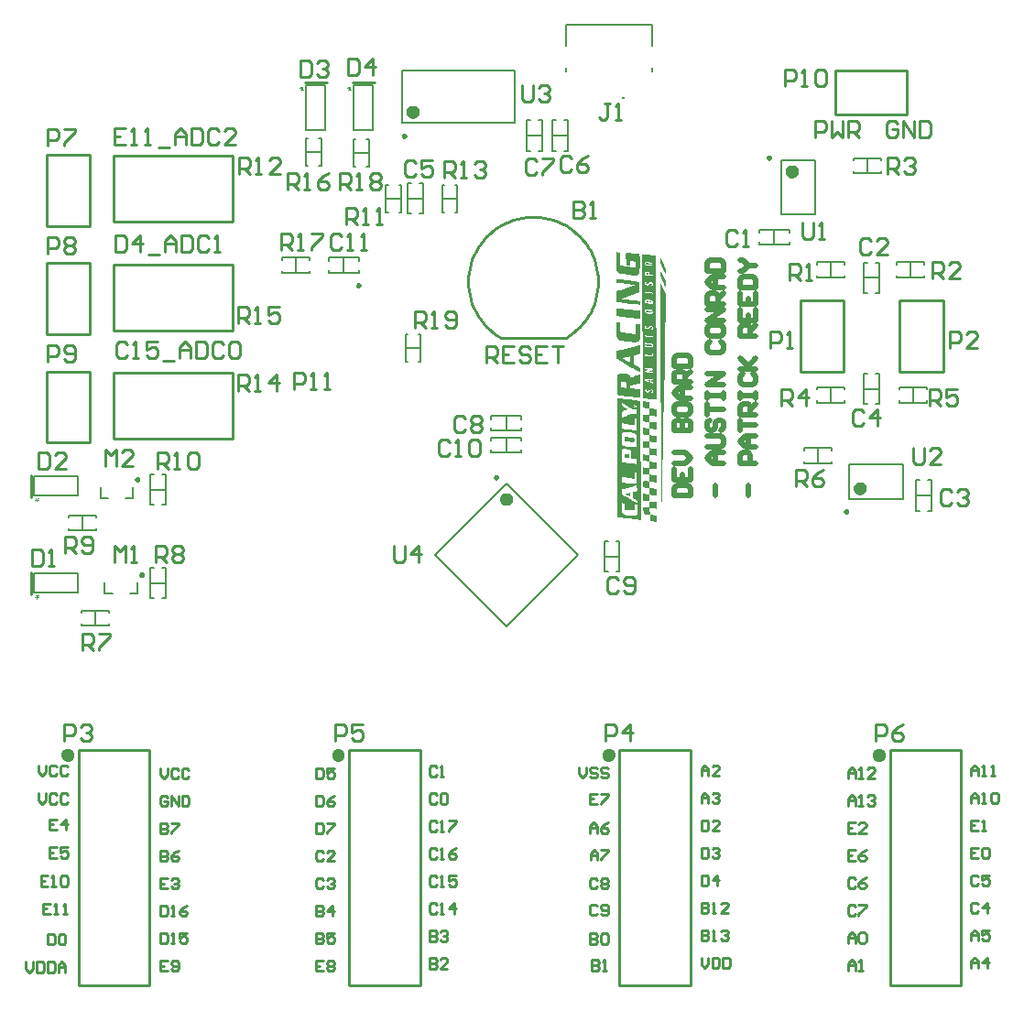
<source format=gto>
%FSLAX23Y23*%
%MOIN*%
%SFA1B1*%

%IPPOS*%
%ADD10C,0.023620*%
%ADD11C,0.009840*%
%ADD12C,0.039370*%
%ADD13C,0.003940*%
%ADD14C,0.010000*%
%ADD15C,0.005910*%
%ADD16C,0.007870*%
%ADD17C,0.020000*%
%LNdev_board_pcb-1*%
%LPD*%
G36*
X2408Y3070D02*
X2411Y3070D01*
X2415Y3070*
X2421Y3069*
X2429Y3067*
X2430*
X2433Y3067*
X2436Y3067*
X2442Y3066*
X2446Y3065*
X2450Y3065*
X2452Y3065*
X2454*
X2454Y3060*
X2455Y3057*
X2455Y3015*
X2454Y3009*
X2454Y2999*
X2453Y2997*
X2453Y2995*
X2451Y2992*
X2448Y2989*
X2446Y2988*
X2442Y2987*
X2441Y2987*
X2440*
X2437Y2987*
X2433Y2987*
X2428Y2987*
X2421Y2988*
X2413Y2989*
X2412Y2989*
X2409Y2989*
X2405Y2990*
X2401Y2991*
X2397Y2991*
X2392Y2991*
X2389Y2992*
X2388Y2992*
X2387*
X2386Y2993*
X2382Y2994*
X2378Y2997*
X2373Y3002*
X2373Y3002*
X2372Y3004*
X2371Y3005*
X2371Y3008*
X2370Y3010*
X2370Y3015*
X2370Y3021*
X2369Y3071*
X2371*
X2372Y3071*
X2374Y3070*
X2377Y3069*
X2383Y3069*
X2383Y3025*
X2385Y3024*
X2386Y3023*
X2388Y3021*
X2388Y3021*
X2389*
X2391Y3021*
X2394Y3021*
X2399Y3020*
X2405Y3019*
X2413Y3018*
X2413*
X2416Y3018*
X2420Y3018*
X2424Y3017*
X2429Y3016*
X2432Y3016*
X2435Y3016*
X2437Y3016*
X2437*
X2438Y3016*
X2440Y3018*
X2441Y3019*
X2441Y3029*
X2440Y3032*
X2439Y3033*
Y3034*
X2439Y3035*
X2437Y3036*
X2436Y3037*
X2433Y3038*
X2430Y3038*
X2427Y3038*
X2423Y3039*
X2418Y3039*
X2418Y3024*
X2417*
X2416*
X2414Y3024*
X2410Y3024*
X2405Y3025*
X2404Y3067*
X2405Y3070*
X2405Y3071*
X2407Y3071*
X2408Y3070*
G37*
G36*
X2530Y3054D02*
X2531Y3053D01*
X2532Y3050*
X2533Y3046*
X2536Y3040*
X2540Y3033*
X2551Y3009*
X2551Y2999*
X2550Y2995*
X2550Y2988*
X2550Y2989*
X2549Y2991*
X2548Y2993*
X2546Y2996*
X2543Y3002*
X2539Y3009*
X2528Y3032*
X2528Y3054*
X2529Y3055*
X2529Y3055*
X2530Y3054*
G37*
G36*
X2530Y3007D02*
X2531Y3005D01*
X2531Y3003*
X2534Y2999*
X2536Y2993*
X2540Y2986*
X2551Y2965*
X2551Y2952*
X2550Y2948*
X2549Y2944*
X2549Y2943*
X2548Y2943*
X2548Y2945*
X2546Y2948*
X2546Y2949*
X2544Y2953*
X2542Y2957*
X2540Y2963*
X2529Y2985*
X2529Y3007*
X2529Y3007*
Y3008*
X2530Y3007*
G37*
G36*
X2377Y2972D02*
X2378Y2972D01*
X2381Y2972*
X2386Y2972*
X2392Y2971*
X2393Y2971*
X2394*
X2399Y2970*
X2405Y2970*
X2413Y2968*
X2454Y2963*
X2454Y2925*
X2420Y2914*
X2419*
X2418Y2913*
X2414Y2911*
X2409Y2909*
X2403Y2907*
X2402Y2907*
X2401Y2906*
X2398Y2905*
X2394Y2904*
X2390Y2902*
X2390Y2902*
X2388Y2902*
X2386Y2901*
X2388Y2901*
X2390Y2900*
X2394Y2900*
X2401Y2900*
X2409Y2899*
X2414Y2898*
X2420Y2897*
X2421Y2897*
X2425Y2897*
X2430Y2896*
X2436Y2895*
X2442Y2895*
X2448Y2894*
X2452Y2893*
X2453Y2893*
X2454Y2893*
X2455*
X2455Y2880*
X2454*
X2453Y2880*
X2452*
X2449Y2881*
X2444Y2881*
X2436Y2882*
X2432Y2882*
X2426Y2883*
X2420Y2884*
X2413Y2884*
X2412*
X2412Y2884*
X2410Y2885*
X2407Y2885*
X2400Y2886*
X2392Y2887*
X2385Y2888*
X2378Y2889*
X2375Y2889*
X2373Y2889*
X2372*
X2372Y2889*
X2370Y2890*
X2370Y2929*
X2376Y2931*
X2377*
X2379Y2932*
X2382Y2932*
X2383*
X2385Y2934*
X2390Y2935*
X2395Y2937*
X2396Y2937*
X2400Y2938*
X2404Y2940*
X2409Y2942*
X2411Y2943*
X2414Y2943*
X2419Y2946*
X2424Y2947*
X2425Y2948*
X2427Y2949*
X2431Y2949*
X2435Y2950*
X2435*
X2436Y2951*
X2438Y2952*
X2438Y2952*
X2438Y2952*
X2437Y2953*
X2434Y2953*
X2430Y2954*
X2425Y2954*
X2416Y2955*
X2411Y2956*
X2405Y2956*
X2404Y2956*
X2403*
X2400Y2957*
X2394Y2958*
X2388Y2959*
X2381Y2959*
X2376Y2959*
X2372Y2960*
X2371Y2960*
X2371*
X2370Y2961*
X2370Y2970*
X2370Y2972*
X2371Y2973*
X2372*
X2373Y2973*
X2377Y2972*
G37*
G36*
X2377Y2867D02*
X2382Y2866D01*
X2385Y2866*
X2389Y2865*
X2394Y2865*
X2399Y2864*
X2406Y2863*
X2413Y2862*
X2414*
X2415Y2862*
X2420Y2862*
X2426Y2861*
X2434Y2860*
X2441Y2860*
X2448Y2859*
X2453Y2858*
X2454*
X2455Y2858*
X2455Y2857*
X2456Y2855*
X2456Y2828*
X2454*
X2453Y2828*
X2451Y2828*
X2448Y2828*
X2443Y2829*
X2436Y2830*
X2431Y2831*
X2426Y2832*
X2419Y2833*
X2412Y2833*
X2370Y2838*
X2370Y2867*
X2372*
X2372Y2867*
X2374*
X2377Y2867*
G37*
G36*
X2384Y2816D02*
X2384Y2787D01*
X2385Y2784*
X2385Y2782*
X2386Y2781*
X2387Y2781*
X2387Y2780*
X2389Y2779*
X2390Y2779*
X2392Y2779*
X2395Y2778*
X2399Y2778*
X2406Y2776*
X2414Y2776*
X2438Y2772*
X2439Y2774*
X2440*
X2441Y2774*
X2440Y2810*
X2442Y2810*
X2443*
X2445Y2809*
X2448Y2809*
X2456Y2808*
X2456Y2768*
X2455Y2763*
X2455Y2758*
X2455Y2753*
X2454Y2751*
X2453Y2750*
X2452Y2748*
X2451Y2747*
X2449Y2746*
X2445Y2745*
X2440Y2743*
X2439*
X2438Y2743*
X2436Y2744*
X2433Y2744*
X2428Y2744*
X2422Y2745*
X2414Y2746*
X2413Y2746*
X2410Y2747*
X2406Y2747*
X2401Y2747*
X2396Y2748*
X2392Y2749*
X2388Y2749*
X2386Y2749*
X2385Y2749*
X2384Y2750*
X2379Y2753*
X2374Y2757*
X2372Y2761*
X2371Y2765*
X2370Y2816*
X2372*
X2373Y2816*
X2376Y2816*
X2379Y2816*
X2384Y2816*
G37*
G36*
X2456Y2702D02*
X2445Y2699D01*
X2445*
X2444Y2698*
X2439Y2697*
X2436Y2696*
X2435Y2696*
X2434*
X2434*
X2434Y2661*
X2445Y2656*
X2456Y2648*
X2457Y2634*
X2455Y2635*
X2451Y2637*
X2448Y2638*
X2446Y2640*
X2440Y2642*
X2435Y2646*
X2429Y2650*
X2421Y2654*
X2411Y2659*
X2400Y2666*
X2388Y2673*
X2373Y2681*
X2371Y2681*
X2371Y2711*
X2407Y2720*
X2409Y2721*
X2412Y2722*
X2419Y2724*
X2426Y2725*
X2427*
X2428Y2726*
X2432Y2727*
X2437Y2728*
X2442Y2730*
X2443*
X2445Y2731*
X2447Y2731*
X2449*
X2456Y2733*
X2456Y2702*
G37*
G36*
X2398Y2628D02*
X2399D01*
X2400*
X2406Y2628*
X2411Y2628*
X2413Y2627*
X2414Y2627*
X2415Y2626*
X2416Y2625*
X2419Y2621*
X2420Y2617*
X2420Y2615*
X2421*
X2422Y2615*
X2425Y2616*
X2428Y2617*
X2433Y2618*
X2438Y2621*
X2439*
X2441Y2621*
X2444Y2623*
X2447Y2624*
X2451Y2625*
X2454Y2626*
X2456Y2627*
X2457*
X2457Y2594*
X2455Y2594*
X2454Y2594*
X2452Y2593*
X2452*
X2450Y2592*
X2448Y2591*
X2445Y2591*
X2444*
X2442Y2590*
X2439Y2589*
X2437Y2589*
X2420Y2585*
X2420Y2576*
X2421Y2575*
X2422*
X2423Y2575*
X2425*
X2428Y2575*
X2433Y2575*
X2439Y2574*
X2439Y2574*
X2441Y2573*
X2444Y2572*
X2447Y2572*
X2448*
X2450*
X2455Y2571*
X2455*
X2456*
X2457Y2571*
X2457Y2541*
X2455Y2541*
X2455*
X2453Y2541*
X2450Y2542*
X2445Y2543*
X2438Y2543*
X2434Y2544*
X2428Y2545*
X2422Y2545*
X2415Y2546*
X2414*
X2413Y2546*
X2408Y2547*
X2401Y2547*
X2394Y2549*
X2386Y2550*
X2380Y2550*
X2375Y2551*
X2374Y2552*
X2373*
X2372Y2552*
X2373Y2585*
X2373Y2622*
X2373Y2622*
X2374Y2625*
X2376Y2627*
X2379Y2628*
X2379*
X2381Y2629*
X2382*
X2385Y2629*
X2388Y2629*
X2392Y2629*
X2398Y2628*
G37*
G36*
X2474Y3062D02*
X2481Y3062D01*
X2489Y3061*
X2499Y3060*
X2512Y3058*
X2512Y3058*
X2515Y2535*
X2514*
X2513Y2535*
X2512*
X2509Y2535*
X2504Y2536*
X2498Y2536*
X2490Y2537*
X2479Y2538*
X2466Y2540*
X2466*
X2464Y3031*
X2464Y3039*
X2464Y3063*
X2465*
X2466Y3063*
X2470Y3063*
X2474Y3062*
G37*
G36*
X2472Y2528D02*
X2473Y2528D01*
X2474*
X2478Y2527*
X2490Y2526*
X2490Y2502*
X2491*
X2493Y2502*
X2495Y2501*
X2498Y2501*
X2502Y2501*
X2503*
X2504Y2501*
X2508Y2500*
X2513Y2499*
X2514*
X2515Y2499*
X2515Y2474*
X2514*
X2513Y2474*
X2511Y2475*
X2509Y2475*
X2506Y2475*
X2502Y2476*
X2502Y2476*
X2501*
X2497Y2476*
X2492Y2477*
X2491Y2477*
X2490*
X2490Y2454*
X2503Y2452*
X2503*
X2504Y2452*
X2508Y2452*
X2513Y2451*
X2514Y2451*
X2515*
X2515Y2426*
X2514*
X2513Y2426*
X2511Y2427*
X2509Y2427*
X2506Y2427*
X2503Y2428*
X2502*
X2501*
X2497Y2428*
X2492Y2429*
X2491Y2429*
X2490*
X2490Y2406*
X2503Y2404*
X2503*
X2504*
X2509Y2404*
X2512Y2403*
X2514*
X2514Y2403*
X2515*
X2515Y2378*
X2514*
X2513*
X2512Y2378*
X2509Y2379*
X2506Y2379*
X2503Y2380*
X2498Y2380*
X2492Y2381*
X2490Y2381*
X2491Y2358*
X2488Y2358*
X2487Y2358*
X2485Y2358*
X2482Y2358*
X2478Y2359*
X2477*
X2476Y2359*
X2472Y2360*
X2468Y2360*
X2467*
X2466*
X2466Y2384*
X2467Y2384*
X2469*
X2470Y2384*
X2471Y2384*
X2474Y2383*
X2478Y2383*
X2479*
X2479*
X2484Y2382*
X2488Y2382*
X2489Y2382*
X2490Y2381*
X2490*
X2490Y2406*
X2479Y2406*
X2478Y2406*
X2476*
X2473Y2407*
X2468Y2408*
X2468Y2409*
X2467Y2409*
X2466*
X2466Y2432*
X2468*
X2469Y2432*
X2471Y2432*
X2475Y2431*
X2479Y2430*
X2484Y2430*
X2489Y2429*
X2490Y2429*
X2490Y2453*
X2489Y2454*
X2489*
X2487Y2454*
X2484Y2454*
X2478Y2455*
X2477Y2454*
X2476*
X2472Y2455*
X2468Y2456*
X2467*
X2466Y2456*
X2466Y2481*
X2467Y2481*
X2469Y2480*
X2471Y2480*
X2474Y2479*
X2478Y2479*
X2478Y2479*
X2479*
X2483Y2478*
X2488Y2477*
X2489Y2477*
X2490*
X2490Y2501*
X2489Y2502*
X2488*
X2486Y2503*
X2484Y2503*
X2481Y2503*
X2478Y2503*
X2466Y2505*
X2466Y2529*
X2466Y2529*
X2468*
X2469Y2529*
X2472Y2528*
G37*
G36*
X2496Y2357D02*
X2499Y2356D01*
X2503Y2355*
X2504Y2355*
X2504*
X2508Y2355*
X2512Y2355*
X2515Y2355*
X2515Y2355*
X2515Y2330*
X2513Y2330*
X2512Y2331*
X2510*
X2507Y2331*
X2503Y2331*
X2502Y2331*
X2501*
X2496Y2332*
X2493Y2333*
X2491Y2333*
X2491*
X2491Y2309*
X2490*
X2489*
X2487Y2310*
X2484Y2310*
X2481Y2311*
X2473Y2312*
X2470Y2312*
X2467Y2312*
X2467Y2336*
X2467*
X2468Y2336*
X2470Y2335*
X2472Y2335*
X2476Y2334*
X2483Y2334*
X2487Y2333*
X2490Y2333*
Y2334*
X2491Y2336*
X2491Y2358*
X2491*
X2493*
X2496Y2357*
G37*
G36*
X2494Y2309D02*
X2497Y2309D01*
X2500Y2308*
X2504Y2307*
X2516Y2307*
X2516Y2282*
X2514Y2282*
X2513Y2283*
X2511Y2283*
X2508Y2283*
X2504Y2283*
X2503Y2283*
X2502*
X2498Y2284*
X2494Y2285*
X2492Y2285*
X2492*
X2491Y2283*
X2491Y2261*
X2490*
X2489Y2261*
X2487Y2261*
X2485Y2261*
X2482Y2261*
X2479Y2262*
X2467Y2264*
X2467Y2288*
X2468*
X2468*
X2470Y2287*
X2474Y2287*
X2478Y2286*
X2482Y2285*
X2486Y2285*
X2489Y2285*
X2490*
Y2286*
X2491Y2288*
X2491Y2309*
X2491*
X2493Y2309*
X2494Y2309*
G37*
G36*
X2498Y2260D02*
X2500Y2260D01*
X2504Y2259*
X2516Y2258*
X2516Y2234*
X2515Y2234*
X2514*
X2512Y2234*
X2509Y2234*
X2506Y2235*
X2498Y2236*
X2494Y2237*
X2491Y2237*
X2491Y2215*
X2492Y2213*
Y2213*
X2493Y2213*
X2496*
X2498Y2212*
X2501Y2212*
X2504Y2211*
X2505*
X2506*
X2510Y2210*
X2514Y2210*
X2515Y2210*
X2516*
X2516Y2186*
X2514Y2186*
X2512Y2186*
X2510*
X2507Y2186*
X2504Y2187*
X2503Y2187*
X2501*
X2497Y2188*
X2493Y2188*
X2492Y2188*
X2491*
X2491Y2164*
X2489Y2164*
X2488Y2165*
X2486Y2165*
X2483Y2165*
X2479Y2166*
X2478Y2166*
X2477*
X2473Y2167*
X2469Y2167*
X2468*
X2467Y2167*
X2467Y2192*
X2468Y2191*
X2469Y2191*
X2471Y2191*
X2473Y2191*
X2476Y2191*
X2480Y2190*
X2491Y2189*
X2490Y2201*
X2490Y2213*
X2479Y2214*
X2478*
X2477Y2214*
X2473Y2215*
X2469Y2215*
X2468*
X2467*
X2467Y2237*
X2468Y2239*
Y2239*
X2469*
X2471Y2239*
X2473Y2239*
X2476Y2239*
X2479Y2238*
X2480*
X2481Y2238*
X2485Y2237*
X2489Y2237*
X2490Y2237*
X2491*
X2491Y2261*
X2492Y2261*
X2494*
X2495Y2261*
X2498Y2260*
G37*
G36*
X2494Y2164D02*
X2496Y2164D01*
X2499Y2163*
X2504Y2162*
X2516Y2162*
X2516Y2137*
X2515Y2137*
X2513Y2138*
X2511Y2138*
X2508Y2138*
X2505Y2138*
X2504Y2138*
X2502*
X2499Y2139*
X2494Y2140*
X2493Y2140*
X2492*
X2491Y2138*
X2492Y2116*
X2491*
X2489Y2116*
X2488Y2116*
X2486Y2116*
X2483Y2117*
X2479Y2117*
X2468Y2119*
X2467Y2144*
X2468Y2142*
X2469*
X2471Y2142*
X2474Y2142*
X2477Y2142*
X2485Y2141*
X2488Y2141*
X2491Y2141*
X2491Y2143*
X2491Y2144*
X2491Y2164*
X2493Y2164*
X2494Y2164*
G37*
G36*
X2530Y2960D02*
X2531Y2958D01*
X2532Y2956*
X2534Y2952*
X2536Y2947*
X2540Y2940*
X2549Y2920*
X2542Y2504*
X2542Y2493*
X2541Y2485*
X2541Y2465*
X2540Y2453*
X2540Y2439*
X2540Y2423*
X2540Y2407*
X2539Y2390*
X2539Y2372*
X2538Y2334*
X2537Y2296*
X2537Y2256*
X2536Y2219*
X2536Y2201*
X2535Y2184*
X2535Y2168*
X2534Y2152*
X2534Y2138*
X2534Y2126*
X2534Y2106*
X2533Y2098*
X2533Y2133*
X2532Y2142*
X2529Y2907*
X2530Y2921*
X2529Y2961*
X2530Y2960*
G37*
G36*
X2373Y2540D02*
X2374D01*
X2375Y2540*
X2379Y2539*
X2384Y2539*
X2391Y2538*
X2396Y2537*
X2402Y2537*
X2408Y2536*
X2415Y2535*
X2457Y2530*
X2459Y2096*
X2457*
X2457Y2096*
X2454Y2096*
X2452Y2097*
X2446Y2098*
X2439Y2099*
X2435Y2099*
X2430Y2100*
X2423Y2101*
X2417Y2101*
X2416*
X2415*
X2413Y2102*
X2410Y2102*
X2403Y2103*
X2395Y2104*
X2388Y2105*
X2382Y2106*
X2379Y2106*
X2376Y2106*
X2376*
X2375*
X2374Y2106*
X2372Y2541*
X2373Y2540*
G37*
G36*
X2496Y2116D02*
X2500Y2115D01*
X2505Y2114*
X2516Y2113*
X2516Y2089*
X2515Y2089*
X2514Y2089*
X2513*
X2512Y2090*
X2508Y2090*
X2508*
X2506Y2091*
X2503Y2091*
X2492Y2092*
X2492Y2116*
X2493Y2116*
X2496Y2116*
G37*
G36*
X1397Y3675D02*
X1397Y3675D01*
X1397Y3675*
X1397Y3675*
X1397Y3674*
X1397Y3674*
X1398Y3673*
X1398Y3672*
X1398Y3671*
X1398Y3670*
X1398Y3669*
X1399Y3669*
X1399Y3669*
X1399Y3669*
X1400Y3670*
X1400Y3670*
X1401Y3671*
X1402Y3672*
X1403Y3673*
X1406Y3670*
X1405Y3670*
X1405Y3670*
X1405Y3669*
X1404Y3669*
X1403Y3668*
X1402Y3668*
X1401Y3667*
X1400Y3666*
X1400*
X1400Y3666*
X1400Y3666*
X1401Y3666*
X1401Y3666*
X1402Y3665*
X1403Y3665*
X1404Y3664*
X1405Y3664*
X1406Y3663*
X1403Y3660*
X1403Y3660*
X1403Y3660*
X1403Y3660*
X1403Y3660*
X1402Y3661*
X1401Y3662*
X1401Y3662*
X1400Y3663*
X1399Y3664*
X1399Y3664*
X1398Y3664*
Y3664*
X1398Y3664*
Y3664*
X1398Y3664*
X1398Y3663*
X1398Y3663*
X1398Y3662*
X1398Y3661*
X1398Y3660*
X1397Y3658*
X1393Y3659*
Y3659*
X1393Y3659*
X1393Y3659*
X1393Y3660*
X1394Y3660*
X1394Y3661*
X1394Y3661*
X1395Y3662*
X1395Y3663*
X1395Y3664*
X1396Y3665*
X1396*
X1396*
X1395Y3665*
X1395*
X1395Y3665*
X1394Y3665*
X1393Y3665*
X1392Y3665*
X1391Y3665*
X1390Y3665*
X1390*
X1389*
Y3668*
X1389*
X1389*
X1390*
X1390*
X1390Y3668*
X1391Y3668*
X1392Y3668*
X1393Y3668*
X1394Y3668*
X1396Y3668*
Y3668*
X1396Y3668*
X1396Y3668*
X1396Y3668*
X1395Y3669*
X1395Y3670*
X1395Y3670*
X1394Y3672*
X1394Y3673*
X1393Y3674*
X1397Y3675*
Y3675*
G37*
G36*
X1224D02*
X1224Y3675D01*
X1224Y3675*
X1224Y3675*
X1224Y3674*
X1224Y3674*
X1224Y3673*
X1225Y3672*
X1225Y3671*
X1225Y3670*
X1225Y3669*
X1225Y3669*
X1226Y3669*
X1226Y3669*
X1226Y3670*
X1227Y3670*
X1228Y3671*
X1229Y3672*
X1230Y3673*
X1232Y3670*
X1232Y3670*
X1232Y3670*
X1232Y3669*
X1231Y3669*
X1230Y3668*
X1229Y3668*
X1228Y3667*
X1227Y3666*
X1227*
X1227Y3666*
X1227Y3666*
X1227Y3666*
X1228Y3666*
X1229Y3665*
X1230Y3665*
X1231Y3664*
X1232Y3664*
X1232Y3663*
X1230Y3660*
X1230Y3660*
X1230Y3660*
X1230Y3660*
X1230Y3660*
X1229Y3661*
X1228Y3662*
X1227Y3662*
X1227Y3663*
X1226Y3664*
X1225Y3664*
X1225Y3664*
Y3664*
X1225Y3664*
Y3664*
X1225Y3664*
X1225Y3663*
X1225Y3663*
X1225Y3662*
X1225Y3661*
X1224Y3660*
X1224Y3658*
X1220Y3659*
Y3659*
X1220Y3659*
X1220Y3659*
X1220Y3660*
X1220Y3660*
X1221Y3661*
X1221Y3661*
X1221Y3662*
X1222Y3663*
X1222Y3664*
X1223Y3665*
X1223*
X1222*
X1222Y3665*
X1222*
X1221Y3665*
X1221Y3665*
X1220Y3665*
X1219Y3665*
X1218Y3665*
X1217Y3665*
X1216*
X1216*
Y3668*
X1216*
X1216*
X1216*
X1216*
X1217Y3668*
X1218Y3668*
X1219Y3668*
X1220Y3668*
X1221Y3668*
X1223Y3668*
Y3668*
X1223Y3668*
X1222Y3668*
X1222Y3668*
X1222Y3669*
X1222Y3670*
X1221Y3670*
X1221Y3672*
X1220Y3673*
X1220Y3674*
X1224Y3675*
Y3675*
G37*
G36*
X268Y2175D02*
X268Y2175D01*
X268Y2175*
X268Y2175*
X268Y2174*
X267Y2174*
X266Y2173*
X266Y2172*
X265Y2171*
X264Y2171*
X264Y2170*
X264Y2170*
X264*
X264Y2170*
X264*
X264Y2170*
X265Y2170*
X265Y2170*
X266Y2170*
X267Y2169*
X268Y2169*
X270Y2169*
X269Y2165*
X269*
X269Y2165*
X269Y2165*
X268Y2165*
X268Y2165*
X268Y2165*
X267Y2166*
X266Y2166*
X265Y2167*
X264Y2167*
X263Y2167*
Y2167*
Y2167*
X263Y2167*
Y2167*
X263Y2166*
X263Y2166*
X263Y2165*
X263Y2164*
X263Y2163*
X263Y2162*
Y2161*
Y2161*
X260*
Y2161*
Y2161*
Y2161*
Y2161*
X260Y2162*
X260Y2163*
X260Y2164*
X260Y2165*
X260Y2166*
X260Y2167*
X260*
X260Y2167*
X260Y2167*
X260Y2167*
X259Y2167*
X259Y2167*
X258Y2166*
X257Y2166*
X255Y2165*
X254Y2165*
X253Y2169*
X253*
X253Y2169*
X253Y2169*
X254Y2169*
X254Y2169*
X254Y2169*
X255Y2169*
X256Y2169*
X257Y2170*
X258Y2170*
X260Y2170*
X259Y2170*
X259Y2170*
X259Y2171*
X258Y2171*
X258Y2172*
X257Y2173*
X256Y2174*
X255Y2175*
X258Y2177*
X258Y2177*
X258Y2177*
X259Y2176*
X259Y2176*
X260Y2175*
X260Y2174*
X261Y2173*
X262Y2172*
Y2172*
X262Y2172*
X262Y2172*
X262Y2172*
X262Y2173*
X263Y2174*
X263Y2175*
X264Y2176*
X265Y2176*
X265Y2177*
X268Y2175*
G37*
G36*
Y1821D02*
X268Y1821D01*
X268Y1821*
X268Y1820*
X268Y1820*
X267Y1819*
X266Y1819*
X266Y1818*
X265Y1817*
X264Y1816*
X264Y1816*
X264Y1816*
X264*
X264Y1816*
X264*
X264Y1816*
X265Y1816*
X265Y1816*
X266Y1815*
X267Y1815*
X268Y1815*
X270Y1814*
X269Y1811*
X269*
X269Y1811*
X269Y1811*
X268Y1811*
X268Y1811*
X268Y1811*
X267Y1811*
X266Y1812*
X265Y1812*
X264Y1813*
X263Y1813*
Y1813*
Y1813*
X263Y1813*
Y1812*
X263Y1812*
X263Y1812*
X263Y1811*
X263Y1809*
X263Y1808*
X263Y1807*
Y1807*
Y1807*
X260*
Y1807*
Y1807*
Y1807*
Y1807*
X260Y1808*
X260Y1808*
X260Y1809*
X260Y1810*
X260Y1812*
X260Y1813*
X260*
X260Y1813*
X260Y1813*
X260Y1813*
X259Y1813*
X259Y1812*
X258Y1812*
X257Y1811*
X255Y1811*
X254Y1811*
X253Y1814*
X253*
X253Y1814*
X253Y1814*
X254Y1814*
X254Y1815*
X254Y1815*
X255Y1815*
X256Y1815*
X257Y1815*
X258Y1816*
X260Y1816*
X259Y1816*
X259Y1816*
X259Y1816*
X258Y1817*
X258Y1818*
X257Y1818*
X256Y1820*
X255Y1821*
X258Y1823*
X258Y1823*
X258Y1823*
X259Y1822*
X259Y1821*
X260Y1821*
X260Y1820*
X261Y1819*
X262Y1817*
Y1817*
X262Y1818*
X262Y1818*
X262Y1818*
X262Y1819*
X263Y1819*
X263Y1820*
X264Y1821*
X265Y1822*
X265Y1823*
X268Y1821*
G37*
%LNdev_board_pcb-2*%
%LPC*%
G36*
X2418Y2692D02*
X2417Y2691D01*
X2416*
X2415Y2690*
X2411Y2690*
X2410Y2690*
X2409*
X2405Y2689*
X2404*
X2402Y2688*
X2397Y2687*
X2393Y2685*
X2391Y2684*
X2391Y2684*
X2391Y2684*
X2394Y2683*
X2398Y2681*
X2399Y2680*
X2402Y2679*
X2407Y2677*
X2413Y2674*
X2414Y2673*
X2416Y2672*
X2418Y2671*
X2420Y2670*
X2420Y2681*
X2418Y2692*
G37*
G36*
X2391Y2601D02*
X2388Y2600D01*
X2387Y2599*
X2387Y2579*
X2396Y2579*
X2396*
X2397Y2579*
X2401Y2578*
X2404Y2577*
X2405*
X2406Y2577*
Y2579*
X2406Y2582*
X2406Y2592*
X2406Y2595*
X2406Y2596*
X2405Y2597*
X2403Y2598*
X2401Y2599*
X2398Y2599*
X2395Y2600*
X2395*
X2394*
X2391Y2601*
G37*
G36*
X2483Y3036D02*
X2479Y3036D01*
X2477*
X2476Y3036*
X2475*
X2474Y3034*
X2474Y3033*
X2473Y3031*
X2473Y3027*
X2475Y3025*
X2476Y3024*
X2478Y3022*
X2480*
X2483Y3022*
X2485Y3022*
X2488Y3022*
X2490Y3022*
X2493Y3022*
X2496Y3021*
X2497*
X2498*
X2499Y3021*
X2500Y3022*
X2501Y3024*
X2501Y3029*
X2500Y3031*
X2499Y3032*
X2498Y3033*
X2494Y3033*
X2489Y3035*
X2488Y3035*
X2488*
X2483Y3036*
G37*
G36*
X2482Y3000D02*
X2481D01*
X2480*
X2478Y3000*
X2477*
X2476Y2999*
X2474Y2998*
X2472Y2996*
X2472Y2987*
X2486Y2986*
X2487Y2986*
X2489*
X2494Y2985*
X2498Y2985*
X2500Y2985*
X2501Y2985*
X2502*
X2502Y2988*
X2501*
X2499*
X2496Y2989*
X2491Y2989*
X2491Y2993*
X2491Y2995*
X2489Y2997*
X2488Y2998*
X2487Y2998*
X2485Y2999*
X2482Y3000*
G37*
G36*
X2479Y2963D02*
X2478D01*
X2478*
X2477Y2963*
X2475Y2963*
X2474Y2962*
X2473Y2960*
X2473Y2960*
X2473Y2956*
X2473Y2955*
X2475Y2953*
X2476Y2952*
X2478Y2951*
X2481Y2950*
X2483Y2950*
X2485Y2951*
X2486Y2952*
X2487Y2953*
X2489Y2955*
X2490Y2955*
X2491Y2956*
X2493Y2957*
X2494Y2958*
X2495*
X2496*
X2497Y2956*
X2498Y2955*
X2498Y2953*
X2497*
X2495Y2952*
X2495Y2952*
X2495Y2948*
X2495*
X2497Y2948*
X2497Y2949*
X2499Y2949*
X2500Y2950*
X2502Y2952*
X2503Y2953*
X2503Y2955*
X2502Y2958*
X2500Y2960*
X2500Y2961*
X2498Y2961*
X2496Y2962*
X2493Y2962*
X2492*
X2491Y2961*
X2489Y2960*
X2486Y2958*
X2486Y2958*
X2484Y2957*
X2482Y2955*
X2481Y2955*
X2480*
X2478Y2955*
X2477Y2955*
X2476Y2957*
Y2958*
X2477Y2959*
X2479Y2960*
X2479Y2963*
G37*
G36*
X2473Y2928D02*
X2473Y2923D01*
X2475Y2923*
X2476*
X2479Y2923*
X2483Y2923*
X2487Y2923*
X2488*
X2490Y2923*
X2495Y2922*
X2499Y2921*
X2501Y2920*
X2502*
X2502Y2924*
X2501*
X2500*
X2499Y2925*
X2498*
X2497Y2926*
X2495Y2926*
X2492Y2926*
X2491Y2925*
X2489Y2926*
X2484Y2926*
X2483*
X2481Y2927*
X2476Y2927*
X2476*
X2475Y2927*
X2474*
X2473*
X2473Y2928*
G37*
G36*
X2482Y2899D02*
X2479Y2899D01*
X2475Y2898*
X2474Y2897*
X2474Y2896*
X2473Y2895*
X2473Y2887*
X2474Y2886*
X2475Y2886*
X2477Y2885*
X2479Y2885*
X2483Y2885*
X2488Y2884*
X2488*
X2490*
X2495Y2884*
X2499Y2883*
X2501Y2883*
X2502*
X2502Y2892*
X2501Y2893*
X2501Y2894*
X2501Y2895*
X2499Y2896*
X2498*
X2497Y2897*
X2493Y2899*
X2492Y2899*
X2491*
X2490Y2898*
X2489Y2898*
X2488Y2897*
X2487Y2896*
X2487Y2896*
X2487*
X2487Y2896*
X2485Y2898*
X2485Y2898*
X2482Y2899*
G37*
G36*
X2483Y2862D02*
X2480Y2862D01*
X2479*
X2478Y2862*
X2477*
X2477Y2861*
X2474Y2861*
X2473Y2858*
X2473Y2855*
X2474Y2853*
X2475Y2851*
X2478Y2850*
X2480Y2849*
X2483Y2848*
X2485Y2847*
X2488Y2847*
X2489*
X2492Y2848*
X2496Y2847*
X2498Y2847*
X2499*
X2499Y2848*
X2501Y2849*
X2502Y2850*
X2502Y2852*
X2503Y2855*
X2501Y2858*
X2500Y2859*
X2498Y2861*
X2497*
X2496Y2861*
X2493Y2861*
X2488Y2861*
X2487Y2861*
X2486*
X2483Y2862*
G37*
G36*
X2479Y2805D02*
X2478Y2805D01*
X2478*
X2477Y2804*
X2475Y2803*
X2475Y2802*
X2474Y2801*
X2473Y2800*
X2473Y2797*
X2474Y2795*
X2476Y2793*
X2476Y2793*
X2478Y2791*
X2481Y2791*
X2484Y2791*
X2486Y2792*
X2486Y2793*
X2490Y2796*
X2491Y2796*
X2492Y2797*
X2494Y2798*
X2495Y2799*
X2496*
X2497*
X2498Y2798*
X2499Y2796*
X2499Y2794*
X2498*
X2496Y2792*
X2495Y2792*
X2495Y2788*
X2496*
X2497Y2788*
X2498Y2789*
X2500Y2789*
X2501Y2790*
X2502Y2793*
X2503Y2794*
X2503Y2796*
X2502Y2798*
X2501Y2800*
X2500Y2801*
X2499Y2802*
X2497Y2802*
X2494Y2803*
X2493*
X2492Y2802*
X2489Y2801*
X2487Y2799*
X2486Y2798*
X2485Y2797*
X2483Y2796*
X2481Y2796*
X2481*
X2479Y2796*
X2478Y2796*
X2477Y2797*
X2477Y2799*
X2478Y2799*
X2480Y2800*
X2480Y2804*
X2479Y2805*
G37*
G36*
X2476Y2769D02*
X2475D01*
X2474Y2769*
X2473*
X2473Y2765*
X2476Y2765*
X2477Y2764*
X2480Y2764*
X2484Y2764*
X2488Y2763*
X2489Y2763*
X2490*
X2495Y2762*
X2500Y2762*
X2502Y2761*
X2503*
X2503Y2765*
X2502*
X2501*
X2500Y2765*
X2499*
X2498Y2766*
X2495Y2766*
X2492Y2766*
X2492*
X2489Y2767*
X2484Y2767*
X2484*
X2481Y2768*
X2477Y2768*
X2476*
X2476Y2769*
G37*
G36*
X2480Y2741D02*
X2476Y2741D01*
X2475*
X2474Y2741*
X2474*
X2474Y2738*
X2474Y2737*
X2476*
X2477Y2737*
X2479Y2737*
X2482Y2737*
X2486Y2736*
X2487*
X2487Y2736*
X2491Y2735*
X2495Y2735*
X2496Y2735*
X2497*
X2498Y2734*
X2498Y2733*
X2499Y2732*
X2499Y2731*
X2498Y2729*
X2498*
X2497*
X2495Y2729*
X2494Y2729*
X2492*
X2489Y2730*
X2485Y2730*
X2485Y2730*
X2484*
X2479Y2731*
X2476Y2732*
X2475*
X2474*
X2474Y2732*
X2474Y2727*
X2474*
X2475*
X2477Y2726*
X2479*
X2487Y2726*
X2497Y2726*
X2498*
X2500Y2727*
X2501Y2727*
X2503Y2729*
X2503Y2730*
X2503Y2731*
X2503Y2732*
X2502Y2735*
X2502Y2735*
X2501Y2736*
X2500Y2737*
X2498Y2738*
X2498*
X2496Y2738*
X2493Y2739*
X2490Y2740*
X2486Y2740*
X2485*
X2484Y2740*
X2480Y2741*
G37*
G36*
X2501Y2703D02*
X2500D01*
X2499Y2703*
X2499*
X2499Y2695*
X2498*
X2496Y2695*
X2493Y2696*
X2490Y2697*
X2486Y2697*
X2485*
X2485*
X2481Y2698*
X2477Y2698*
X2474Y2698*
X2474*
X2474Y2694*
X2474Y2694*
X2476*
X2480Y2693*
X2484Y2693*
X2488Y2692*
X2488*
X2490Y2692*
X2494Y2692*
X2499Y2691*
X2501Y2691*
X2502*
X2503Y2690*
X2503Y2702*
X2501Y2702*
Y2702*
X2501Y2703*
G37*
G36*
X2478Y2650D02*
X2475Y2650D01*
X2475*
X2474*
X2474Y2645*
X2475*
X2476Y2645*
X2478Y2645*
X2481Y2645*
X2487Y2644*
X2494Y2644*
X2492Y2643*
X2489Y2643*
X2487Y2642*
X2483Y2642*
X2474Y2640*
X2474Y2635*
X2475Y2635*
X2476Y2635*
X2478*
X2481Y2634*
X2483Y2634*
X2488Y2633*
X2489*
X2490Y2633*
X2494Y2632*
X2500Y2632*
X2501Y2632*
X2502*
X2503Y2632*
X2503Y2636*
X2502*
X2501Y2636*
X2498Y2636*
X2494Y2637*
X2493*
X2492Y2637*
X2489Y2638*
X2486Y2638*
X2486Y2638*
X2489Y2639*
X2491Y2639*
X2494Y2640*
X2503Y2642*
X2503Y2647*
X2501Y2647*
X2499Y2648*
X2497Y2648*
X2493Y2648*
X2489Y2648*
X2488*
X2486Y2648*
X2482Y2649*
X2478Y2650*
G37*
G36*
X2503Y2608D02*
X2503D01*
X2501Y2608*
X2500Y2608*
X2497Y2608*
X2495Y2608*
X2490Y2608*
X2489*
X2488Y2608*
X2484Y2608*
X2479Y2608*
X2476Y2608*
X2475*
X2474Y2608*
X2474Y2602*
X2476Y2602*
X2477Y2601*
X2479Y2601*
X2484Y2600*
X2488Y2598*
X2495Y2597*
X2503Y2594*
X2503Y2595*
X2503Y2598*
X2503Y2597*
X2502*
X2500Y2598*
X2499Y2599*
X2497Y2600*
X2497Y2605*
X2497*
X2499Y2605*
X2502Y2605*
X2503*
X2503Y2608*
G37*
G36*
X2481Y2574D02*
X2480D01*
X2479Y2574*
X2478*
X2476Y2573*
X2475Y2572*
X2474Y2570*
X2474Y2567*
X2475Y2565*
X2476Y2565*
X2477Y2563*
X2479Y2561*
X2483Y2560*
X2484*
X2485Y2561*
X2487Y2562*
X2491Y2565*
X2493Y2566*
X2494Y2568*
X2495Y2568*
X2498Y2568*
X2498Y2568*
X2499Y2567*
X2500Y2565*
Y2565*
X2499Y2564*
X2498Y2563*
X2497Y2562*
X2496*
X2496Y2558*
X2498*
X2498Y2558*
X2500Y2559*
X2502Y2560*
X2503Y2563*
X2503Y2566*
X2503Y2568*
X2501Y2571*
X2498Y2572*
X2497*
X2495Y2572*
X2492Y2570*
X2488Y2568*
X2487Y2568*
X2487Y2567*
X2485Y2566*
X2483Y2565*
X2482*
X2480Y2565*
X2479Y2566*
X2478Y2568*
Y2569*
X2479Y2570*
X2480Y2570*
X2481*
X2481Y2574*
G37*
G36*
X2437Y2516D02*
X2434Y2516D01*
X2433Y2513*
X2433Y2510*
X2434Y2509*
X2434Y2508*
X2437Y2507*
X2439Y2506*
X2440*
X2440Y2507*
X2442Y2508*
X2443Y2509*
X2443Y2511*
X2442Y2513*
X2439Y2516*
X2438*
X2437Y2516*
G37*
G36*
X2388Y2526D02*
X2389Y2515D01*
X2401Y2507*
X2402*
X2402Y2506*
X2406Y2504*
X2410Y2502*
X2410Y2500*
X2411Y2500*
X2410Y2499*
X2407Y2498*
X2405Y2496*
X2401Y2495*
X2389Y2489*
X2389Y2467*
X2390Y2467*
X2391Y2468*
X2392Y2468*
X2395Y2469*
X2397Y2471*
X2402Y2472*
X2407Y2475*
X2422Y2483*
X2433Y2481*
X2434*
X2435*
X2438Y2481*
X2442Y2481*
X2443*
X2443*
X2443Y2499*
X2433Y2500*
X2424Y2502*
X2407Y2513*
X2407Y2513*
X2405Y2514*
X2400Y2518*
X2399Y2518*
X2398Y2519*
X2396Y2520*
X2394Y2522*
X2393*
X2392Y2523*
X2391Y2523*
X2391Y2524*
X2388Y2526*
G37*
G36*
X2438Y2465D02*
X2436Y2465D01*
X2435*
X2435*
X2435Y2443*
X2434Y2443*
X2433*
X2430Y2443*
X2425Y2443*
X2419Y2444*
X2411Y2445*
X2402Y2446*
X2390Y2448*
X2389Y2448*
X2389Y2430*
X2390Y2429*
Y2429*
X2390*
X2391Y2429*
X2393Y2429*
X2397Y2428*
X2401Y2427*
X2409Y2427*
X2417Y2426*
X2419Y2426*
X2422Y2425*
X2425Y2425*
X2430Y2424*
X2436Y2424*
X2439Y2424*
X2442Y2423*
X2444*
X2443Y2465*
X2440Y2465*
X2440*
X2438Y2465*
G37*
G36*
X2411Y2417D02*
X2407Y2417D01*
X2399Y2417*
X2396Y2417*
X2394Y2416*
X2393Y2416*
X2393Y2415*
X2391Y2414*
X2390Y2412*
X2389Y2411*
X2389Y2382*
X2390Y2378*
X2390Y2375*
X2391Y2372*
X2391Y2371*
X2392Y2370*
X2393Y2368*
X2396Y2367*
X2399Y2365*
X2400*
X2402Y2365*
X2405Y2364*
X2409Y2363*
X2414Y2362*
X2420Y2362*
X2433Y2361*
X2434*
X2436Y2361*
X2437Y2361*
X2439Y2362*
X2441Y2364*
X2442Y2366*
Y2367*
X2443Y2368*
X2443Y2372*
X2444Y2376*
X2444Y2395*
X2443Y2402*
X2443Y2405*
X2442Y2406*
X2441Y2407*
X2440Y2409*
X2436Y2412*
X2431Y2414*
X2431*
X2429Y2414*
X2427Y2415*
X2425Y2415*
X2421Y2416*
X2417Y2416*
X2416*
X2414Y2416*
X2411Y2417*
G37*
G36*
X2407Y2355D02*
X2402Y2355D01*
X2402Y2355*
X2399Y2355*
X2396Y2355*
X2394Y2355*
X2394Y2354*
X2393Y2354*
X2391Y2351*
X2391Y2349*
Y2348*
X2390Y2348*
X2390Y2343*
X2389Y2340*
X2389Y2310*
X2390Y2307*
X2390Y2306*
X2391*
X2392*
X2394Y2305*
X2397Y2305*
X2402Y2305*
X2409Y2304*
X2418Y2303*
X2419Y2303*
X2422Y2302*
X2426Y2301*
X2431Y2301*
X2436Y2301*
X2440Y2300*
X2443Y2299*
X2444*
X2444Y2318*
X2443Y2318*
X2441Y2318*
X2438Y2318*
X2434Y2319*
X2433*
X2432*
X2429Y2319*
X2426Y2319*
X2425Y2319*
X2424*
X2424Y2346*
X2424Y2346*
X2422Y2349*
X2420Y2351*
X2416Y2353*
X2414Y2354*
X2413Y2354*
X2410Y2354*
X2407Y2355*
G37*
G36*
X2441Y2270D02*
X2441D01*
X2438Y2270*
X2438*
X2437Y2270*
X2436*
X2436*
X2436Y2247*
X2435Y2247*
X2433*
X2431Y2247*
X2426Y2248*
X2420Y2249*
X2412Y2249*
X2403Y2251*
X2391Y2253*
X2390Y2253*
X2390Y2234*
X2417Y2230*
X2418*
X2421Y2230*
X2425Y2230*
X2430Y2229*
X2435Y2228*
X2439Y2228*
X2443Y2228*
X2444*
X2444Y2268*
X2441Y2270*
G37*
G36*
X2444Y2223D02*
X2444D01*
X2443Y2223*
X2441Y2222*
X2438Y2221*
X2433Y2220*
X2426Y2217*
X2418Y2215*
X2416*
X2413Y2214*
X2409Y2213*
X2404Y2211*
X2399Y2210*
X2394Y2209*
X2391Y2208*
X2390Y2208*
X2390Y2189*
X2391*
X2392Y2189*
X2393Y2188*
X2395Y2187*
X2398Y2184*
X2403Y2182*
X2409Y2178*
X2418Y2173*
X2419Y2172*
X2422Y2171*
X2426Y2169*
X2431Y2166*
X2436Y2163*
X2440Y2161*
X2443Y2159*
X2445Y2158*
X2445Y2167*
X2437Y2171*
X2429Y2175*
X2429Y2198*
X2437Y2200*
X2445Y2201*
X2444Y2223*
G37*
G36*
X2393Y2158D02*
X2392D01*
X2391Y2158*
Y2157*
X2390Y2156*
X2390Y2132*
X2391Y2126*
X2391Y2124*
X2392Y2122*
X2392Y2122*
X2392Y2120*
X2395Y2119*
X2398Y2117*
X2398*
X2399Y2116*
X2401Y2116*
X2403Y2115*
X2407Y2114*
X2411Y2114*
X2417Y2113*
X2418*
X2420Y2112*
X2423Y2112*
X2427Y2112*
X2435Y2112*
X2438Y2112*
X2439Y2112*
X2440*
X2441Y2113*
X2443Y2115*
X2445Y2118*
X2445Y2153*
X2444Y2153*
X2443*
X2441Y2153*
X2440*
X2439Y2153*
X2437Y2153*
X2436*
X2436Y2132*
X2435Y2131*
X2434*
Y2130*
X2433*
X2431Y2130*
X2429Y2131*
X2426Y2131*
X2422Y2131*
X2417Y2131*
X2416*
X2415Y2132*
X2412Y2132*
X2409Y2133*
X2406Y2133*
X2403Y2133*
X2402Y2133*
X2401*
X2400*
X2400Y2135*
X2400Y2156*
X2399Y2157*
X2399Y2157*
X2398*
X2397Y2157*
X2395Y2157*
X2394*
X2393Y2158*
G37*
%LNdev_board_pcb-3*%
%LPD*%
G36*
X2483Y3031D02*
X2488Y3030D01*
X2488*
X2489*
X2493Y3030*
X2496Y3029*
X2497Y3029*
X2498Y3028*
X2498Y3028*
X2497Y3025*
X2496Y3025*
X2495*
X2493Y3025*
X2491Y3025*
X2488Y3025*
X2483Y3025*
X2480Y3026*
X2478Y3027*
X2477Y3028*
X2477Y3027*
X2476Y3028*
X2476Y3031*
X2477Y3032*
X2479Y3032*
X2480*
X2483Y3031*
G37*
G36*
X2484Y2995D02*
X2486Y2995D01*
X2486Y2993*
X2486Y2990*
X2486*
X2483Y2990*
X2478Y2991*
X2478Y2995*
X2478Y2996*
X2480Y2996*
X2482Y2996*
X2483*
X2484Y2995*
G37*
G36*
X2484Y2894D02*
X2485Y2893D01*
Y2892*
X2485Y2890*
X2485Y2889*
X2484Y2889*
X2482Y2889*
X2478Y2890*
X2478Y2893*
X2479Y2893*
X2479Y2894*
X2479Y2895*
X2481*
X2482*
X2482Y2895*
X2484Y2894*
G37*
G36*
X2496Y2893D02*
X2497Y2891D01*
X2498Y2889*
X2498Y2888*
X2497*
X2496*
X2493Y2888*
X2493Y2888*
X2492Y2888*
X2490Y2889*
X2490*
X2489Y2889*
X2488Y2890*
X2488Y2891*
X2489Y2893*
X2490Y2894*
X2491Y2894*
X2493*
X2495Y2894*
X2496Y2893*
G37*
G36*
X2488Y2857D02*
X2489Y2857D01*
X2492Y2856*
X2495Y2856*
X2496Y2856*
X2496*
X2497Y2856*
X2498Y2855*
X2499Y2853*
X2499Y2852*
X2498Y2851*
X2497Y2851*
X2496*
X2493Y2851*
X2488Y2851*
X2488*
X2487*
X2484Y2852*
X2481Y2853*
X2480Y2853*
X2479Y2853*
X2477Y2855*
X2477Y2857*
X2478Y2858*
X2479*
X2480Y2858*
X2483Y2858*
X2485Y2858*
X2488Y2857*
G37*
G36*
X2493Y2600D02*
X2492Y2600D01*
X2491Y2601*
X2487Y2602*
X2487*
X2484Y2603*
X2482Y2603*
X2481Y2604*
X2482Y2605*
X2484Y2605*
X2488Y2605*
X2493Y2605*
X2493Y2600*
G37*
G36*
X2440Y2513D02*
X2441Y2513D01*
X2442Y2509*
X2441Y2508*
X2440Y2508*
X2438Y2507*
X2437*
X2437Y2508*
X2435Y2508*
X2434Y2510*
X2434Y2511*
Y2513*
X2434Y2513*
X2435Y2514*
X2436Y2515*
X2437Y2515*
X2438*
X2440Y2513*
G37*
G36*
X2405Y2399D02*
X2408Y2399D01*
X2412Y2398*
X2417Y2397*
X2418Y2397*
X2420*
X2423Y2397*
X2425Y2396*
X2431Y2395*
X2433Y2395*
X2434Y2395*
X2434Y2394*
X2434Y2393*
X2435Y2391*
X2435Y2381*
X2434*
X2434Y2380*
X2432Y2380*
X2430Y2380*
X2427Y2380*
X2423Y2380*
X2417Y2381*
X2416*
X2415Y2381*
X2412Y2381*
X2409Y2382*
X2403Y2383*
X2401Y2383*
X2400*
X2399Y2383*
X2399Y2386*
X2398Y2398*
X2399Y2399*
X2401Y2399*
X2401*
X2403Y2400*
X2405Y2399*
G37*
G36*
X2407Y2335D02*
X2408D01*
X2410Y2335*
X2413Y2335*
X2414Y2335*
X2416Y2335*
X2416Y2333*
X2416Y2322*
X2416*
X2415*
X2414Y2322*
X2411Y2322*
X2407Y2322*
X2405Y2322*
X2403Y2323*
X2400Y2323*
X2399Y2324*
X2399Y2336*
X2399*
X2400*
X2401Y2336*
X2403*
X2407Y2335*
G37*
G36*
X2421Y2193D02*
X2421Y2188D01*
X2421Y2181*
X2412Y2186*
X2411Y2186*
X2410Y2187*
X2407Y2189*
X2405Y2190*
X2403Y2191*
X2404*
X2407Y2192*
X2409Y2192*
X2412Y2193*
X2413Y2194*
X2416Y2195*
X2420Y2195*
X2421*
X2421Y2195*
X2421Y2193*
G37*
%LNdev_board_pcb-4*%
%LPC*%
G36*
X2437Y2513D02*
X2437D01*
X2436Y2513*
X2435Y2513*
X2435Y2510*
X2437Y2510*
X2438Y2509*
X2439*
X2440Y2509*
X2440*
Y2510*
X2440*
X2438Y2510*
X2437*
Y2510*
X2439Y2511*
X2440Y2512*
X2440Y2512*
Y2513*
X2439Y2513*
X2438*
X2437Y2513*
G37*
%LNdev_board_pcb-5*%
%LPD*%
G36*
X2437Y2511D02*
Y2510D01*
X2436Y2510*
Y2512*
X2437*
X2437Y2511*
G37*
G54D10*
X1980Y2173D02*
D01*
X1980Y2173*
X1980Y2174*
X1980Y2175*
X1979Y2176*
X1979Y2177*
X1979Y2177*
X1978Y2178*
X1978Y2179*
X1978Y2180*
X1977Y2180*
X1976Y2181*
X1976Y2181*
X1975Y2182*
X1975Y2182*
X1974Y2183*
X1973Y2183*
X1972Y2184*
X1972Y2184*
X1971Y2184*
X1970Y2184*
X1969Y2184*
X1968Y2184*
X1968*
X1967Y2184*
X1966Y2184*
X1965Y2184*
X1964Y2184*
X1964Y2184*
X1963Y2183*
X1962Y2183*
X1961Y2182*
X1961Y2182*
X1960Y2181*
X1960Y2181*
X1959Y2180*
X1958Y2180*
X1958Y2179*
X1958Y2178*
X1957Y2177*
X1957Y2177*
X1957Y2176*
X1956Y2175*
X1956Y2174*
X1956Y2173*
X1956Y2173*
X1956Y2172*
X1956Y2171*
X1956Y2170*
X1957Y2169*
X1957Y2169*
X1957Y2168*
X1958Y2167*
X1958Y2166*
X1958Y2166*
X1959Y2165*
X1960Y2164*
X1960Y2164*
X1961Y2163*
X1961Y2163*
X1962Y2162*
X1963Y2162*
X1964Y2162*
X1964Y2161*
X1965Y2161*
X1966Y2161*
X1967Y2161*
X1968Y2161*
X1968*
X1969Y2161*
X1970Y2161*
X1971Y2161*
X1972Y2161*
X1972Y2162*
X1973Y2162*
X1974Y2162*
X1975Y2163*
X1975Y2163*
X1976Y2164*
X1976Y2164*
X1977Y2165*
X1978Y2166*
X1978Y2166*
X1978Y2167*
X1979Y2168*
X1979Y2169*
X1979Y2169*
X1980Y2170*
X1980Y2171*
X1980Y2172*
X1980Y2173*
X1639Y3582D02*
D01*
X1639Y3583*
X1639Y3584*
X1639Y3585*
X1639Y3585*
X1639Y3586*
X1638Y3587*
X1638Y3588*
X1637Y3588*
X1637Y3589*
X1636Y3590*
X1636Y3590*
X1635Y3591*
X1635Y3591*
X1634Y3592*
X1633Y3592*
X1633Y3593*
X1632Y3593*
X1631Y3593*
X1630Y3594*
X1630Y3594*
X1629Y3594*
X1628Y3594*
X1627*
X1626Y3594*
X1625Y3594*
X1625Y3594*
X1624Y3593*
X1623Y3593*
X1622Y3593*
X1622Y3592*
X1621Y3592*
X1620Y3591*
X1620Y3591*
X1619Y3590*
X1618Y3590*
X1618Y3589*
X1617Y3588*
X1617Y3588*
X1617Y3587*
X1616Y3586*
X1616Y3585*
X1616Y3585*
X1616Y3584*
X1616Y3583*
X1616Y3582*
X1616Y3581*
X1616Y3581*
X1616Y3580*
X1616Y3579*
X1616Y3578*
X1617Y3577*
X1617Y3577*
X1617Y3576*
X1618Y3575*
X1618Y3575*
X1619Y3574*
X1620Y3573*
X1620Y3573*
X1621Y3572*
X1622Y3572*
X1622Y3572*
X1623Y3571*
X1624Y3571*
X1625Y3571*
X1625Y3571*
X1626Y3570*
X1627Y3570*
X1628*
X1629Y3570*
X1630Y3571*
X1630Y3571*
X1631Y3571*
X1632Y3571*
X1633Y3572*
X1633Y3572*
X1634Y3572*
X1635Y3573*
X1635Y3573*
X1636Y3574*
X1636Y3575*
X1637Y3575*
X1637Y3576*
X1638Y3577*
X1638Y3577*
X1639Y3578*
X1639Y3579*
X1639Y3580*
X1639Y3581*
X1639Y3581*
X1639Y3582*
X3267Y2212D02*
D01*
X3267Y2213*
X3267Y2214*
X3267Y2215*
X3267Y2215*
X3267Y2216*
X3266Y2217*
X3266Y2218*
X3265Y2218*
X3265Y2219*
X3264Y2220*
X3264Y2220*
X3263Y2221*
X3263Y2221*
X3262Y2222*
X3261Y2222*
X3261Y2223*
X3260Y2223*
X3259Y2223*
X3258Y2224*
X3257Y2224*
X3257Y2224*
X3256Y2224*
X3255*
X3254Y2224*
X3253Y2224*
X3253Y2224*
X3252Y2223*
X3251Y2223*
X3250Y2223*
X3250Y2222*
X3249Y2222*
X3248Y2221*
X3248Y2221*
X3247Y2220*
X3246Y2220*
X3246Y2219*
X3245Y2218*
X3245Y2218*
X3245Y2217*
X3244Y2216*
X3244Y2215*
X3244Y2215*
X3244Y2214*
X3244Y2213*
X3244Y2212*
X3244Y2211*
X3244Y2210*
X3244Y2210*
X3244Y2209*
X3244Y2208*
X3245Y2207*
X3245Y2207*
X3245Y2206*
X3246Y2205*
X3246Y2205*
X3247Y2204*
X3248Y2203*
X3248Y2203*
X3249Y2202*
X3250Y2202*
X3250Y2201*
X3251Y2201*
X3252Y2201*
X3253Y2201*
X3253Y2200*
X3254Y2200*
X3255Y2200*
X3256*
X3257Y2200*
X3257Y2200*
X3258Y2201*
X3259Y2201*
X3260Y2201*
X3261Y2201*
X3261Y2202*
X3262Y2202*
X3263Y2203*
X3263Y2203*
X3264Y2204*
X3264Y2205*
X3265Y2205*
X3265Y2206*
X3266Y2207*
X3266Y2207*
X3267Y2208*
X3267Y2209*
X3267Y2210*
X3267Y2210*
X3267Y2211*
X3267Y2212*
X3019Y3366D02*
D01*
X3019Y3366*
X3019Y3367*
X3019Y3368*
X3019Y3369*
X3018Y3370*
X3018Y3370*
X3018Y3371*
X3017Y3372*
X3017Y3373*
X3016Y3373*
X3016Y3374*
X3015Y3374*
X3015Y3375*
X3014Y3375*
X3013Y3376*
X3013Y3376*
X3012Y3377*
X3011Y3377*
X3010Y3377*
X3009Y3377*
X3009Y3377*
X3008Y3377*
X3007*
X3006Y3377*
X3005Y3377*
X3005Y3377*
X3004Y3377*
X3003Y3377*
X3002Y3376*
X3001Y3376*
X3001Y3375*
X3000Y3375*
X2999Y3374*
X2999Y3374*
X2998Y3373*
X2998Y3373*
X2997Y3372*
X2997Y3371*
X2997Y3370*
X2996Y3370*
X2996Y3369*
X2996Y3368*
X2996Y3367*
X2996Y3366*
X2996Y3366*
X2996Y3365*
X2996Y3364*
X2996Y3363*
X2996Y3362*
X2996Y3362*
X2997Y3361*
X2997Y3360*
X2997Y3359*
X2998Y3359*
X2998Y3358*
X2999Y3357*
X2999Y3357*
X3000Y3356*
X3001Y3356*
X3001Y3355*
X3002Y3355*
X3003Y3355*
X3004Y3354*
X3005Y3354*
X3005Y3354*
X3006Y3354*
X3007Y3354*
X3008*
X3009Y3354*
X3009Y3354*
X3010Y3354*
X3011Y3354*
X3012Y3355*
X3013Y3355*
X3013Y3355*
X3014Y3356*
X3015Y3356*
X3015Y3357*
X3016Y3357*
X3016Y3358*
X3017Y3359*
X3017Y3359*
X3018Y3360*
X3018Y3361*
X3018Y3362*
X3019Y3362*
X3019Y3363*
X3019Y3364*
X3019Y3365*
X3019Y3366*
G54D11*
X1937Y2252D02*
D01*
X1937Y2252*
X1937Y2253*
X1937Y2253*
X1937Y2253*
X1936Y2254*
X1936Y2254*
X1936Y2254*
X1936Y2255*
X1936Y2255*
X1936Y2255*
X1935Y2255*
X1935Y2256*
X1935Y2256*
X1935Y2256*
X1934Y2256*
X1934Y2256*
X1934Y2257*
X1933Y2257*
X1933Y2257*
X1933Y2257*
X1932Y2257*
X1932Y2257*
X1932*
X1931Y2257*
X1931Y2257*
X1931Y2257*
X1930Y2257*
X1930Y2257*
X1930Y2256*
X1929Y2256*
X1929Y2256*
X1929Y2256*
X1929Y2256*
X1928Y2255*
X1928Y2255*
X1928Y2255*
X1928Y2255*
X1927Y2254*
X1927Y2254*
X1927Y2254*
X1927Y2253*
X1927Y2253*
X1927Y2253*
X1927Y2252*
X1927Y2252*
X1927Y2252*
X1927Y2251*
X1927Y2251*
X1927Y2251*
X1927Y2250*
X1927Y2250*
X1927Y2250*
X1928Y2249*
X1928Y2249*
X1928Y2249*
X1928Y2249*
X1929Y2248*
X1929Y2248*
X1929Y2248*
X1929Y2248*
X1930Y2248*
X1930Y2247*
X1930Y2247*
X1931Y2247*
X1931Y2247*
X1931Y2247*
X1932Y2247*
X1932*
X1932Y2247*
X1933Y2247*
X1933Y2247*
X1933Y2247*
X1934Y2247*
X1934Y2248*
X1934Y2248*
X1935Y2248*
X1935Y2248*
X1935Y2248*
X1935Y2249*
X1936Y2249*
X1936Y2249*
X1936Y2249*
X1936Y2250*
X1936Y2250*
X1936Y2250*
X1937Y2251*
X1937Y2251*
X1937Y2251*
X1937Y2252*
X1937Y2252*
X1602Y3495D02*
D01*
X1602Y3495*
X1602Y3495*
X1602Y3496*
X1602Y3496*
X1602Y3496*
X1601Y3497*
X1601Y3497*
X1601Y3497*
X1601Y3497*
X1601Y3498*
X1600Y3498*
X1600Y3498*
X1600Y3498*
X1600Y3499*
X1599Y3499*
X1599Y3499*
X1599Y3499*
X1598Y3499*
X1598Y3499*
X1598Y3499*
X1597Y3499*
X1597Y3499*
X1597*
X1596Y3499*
X1596Y3499*
X1596Y3499*
X1595Y3499*
X1595Y3499*
X1595Y3499*
X1594Y3499*
X1594Y3499*
X1594Y3498*
X1594Y3498*
X1593Y3498*
X1593Y3498*
X1593Y3497*
X1593Y3497*
X1593Y3497*
X1592Y3497*
X1592Y3496*
X1592Y3496*
X1592Y3496*
X1592Y3495*
X1592Y3495*
X1592Y3495*
X1592Y3494*
X1592Y3494*
X1592Y3494*
X1592Y3493*
X1592Y3493*
X1592Y3493*
X1593Y3492*
X1593Y3492*
X1593Y3492*
X1593Y3491*
X1593Y3491*
X1594Y3491*
X1594Y3491*
X1594Y3491*
X1594Y3490*
X1595Y3490*
X1595Y3490*
X1595Y3490*
X1596Y3490*
X1596Y3490*
X1596Y3490*
X1597Y3490*
X1597*
X1597Y3490*
X1598Y3490*
X1598Y3490*
X1598Y3490*
X1599Y3490*
X1599Y3490*
X1599Y3490*
X1600Y3491*
X1600Y3491*
X1600Y3491*
X1600Y3491*
X1601Y3491*
X1601Y3492*
X1601Y3492*
X1601Y3492*
X1601Y3493*
X1602Y3493*
X1602Y3493*
X1602Y3494*
X1602Y3494*
X1602Y3494*
X1602Y3495*
X3211Y2128D02*
D01*
X3211Y2129*
X3211Y2129*
X3211Y2129*
X3211Y2130*
X3211Y2130*
X3210Y2130*
X3210Y2131*
X3210Y2131*
X3210Y2131*
X3210Y2132*
X3210Y2132*
X3209Y2132*
X3209Y2132*
X3209Y2133*
X3208Y2133*
X3208Y2133*
X3208Y2133*
X3208Y2133*
X3207Y2133*
X3207Y2133*
X3207Y2133*
X3206Y2133*
X3206*
X3205Y2133*
X3205Y2133*
X3205Y2133*
X3204Y2133*
X3204Y2133*
X3204Y2133*
X3204Y2133*
X3203Y2133*
X3203Y2132*
X3203Y2132*
X3202Y2132*
X3202Y2132*
X3202Y2131*
X3202Y2131*
X3202Y2131*
X3202Y2130*
X3201Y2130*
X3201Y2130*
X3201Y2129*
X3201Y2129*
X3201Y2129*
X3201Y2128*
X3201Y2128*
X3201Y2128*
X3201Y2127*
X3201Y2127*
X3201Y2127*
X3202Y2126*
X3202Y2126*
X3202Y2126*
X3202Y2126*
X3202Y2125*
X3202Y2125*
X3203Y2125*
X3203Y2125*
X3203Y2124*
X3204Y2124*
X3204Y2124*
X3204Y2124*
X3204Y2124*
X3205Y2124*
X3205Y2124*
X3205Y2124*
X3206Y2124*
X3206*
X3207Y2124*
X3207Y2124*
X3207Y2124*
X3208Y2124*
X3208Y2124*
X3208Y2124*
X3208Y2124*
X3209Y2124*
X3209Y2125*
X3209Y2125*
X3210Y2125*
X3210Y2125*
X3210Y2126*
X3210Y2126*
X3210Y2126*
X3210Y2126*
X3211Y2127*
X3211Y2127*
X3211Y2127*
X3211Y2128*
X3211Y2128*
X3211Y2128*
X2929Y3415D02*
D01*
X2929Y3415*
X2929Y3416*
X2929Y3416*
X2928Y3416*
X2928Y3417*
X2928Y3417*
X2928Y3417*
X2928Y3418*
X2928Y3418*
X2927Y3418*
X2927Y3418*
X2927Y3419*
X2927Y3419*
X2926Y3419*
X2926Y3419*
X2926Y3419*
X2926Y3420*
X2925Y3420*
X2925Y3420*
X2925Y3420*
X2924Y3420*
X2924Y3420*
X2924*
X2923Y3420*
X2923Y3420*
X2923Y3420*
X2922Y3420*
X2922Y3420*
X2922Y3419*
X2921Y3419*
X2921Y3419*
X2921Y3419*
X2920Y3419*
X2920Y3418*
X2920Y3418*
X2920Y3418*
X2920Y3418*
X2919Y3417*
X2919Y3417*
X2919Y3417*
X2919Y3416*
X2919Y3416*
X2919Y3416*
X2919Y3415*
X2919Y3415*
X2919Y3415*
X2919Y3414*
X2919Y3414*
X2919Y3414*
X2919Y3413*
X2919Y3413*
X2919Y3413*
X2920Y3412*
X2920Y3412*
X2920Y3412*
X2920Y3412*
X2920Y3411*
X2921Y3411*
X2921Y3411*
X2921Y3411*
X2922Y3411*
X2922Y3410*
X2922Y3410*
X2923Y3410*
X2923Y3410*
X2923Y3410*
X2924Y3410*
X2924*
X2924Y3410*
X2925Y3410*
X2925Y3410*
X2925Y3410*
X2926Y3410*
X2926Y3411*
X2926Y3411*
X2926Y3411*
X2927Y3411*
X2927Y3411*
X2927Y3412*
X2927Y3412*
X2928Y3412*
X2928Y3412*
X2928Y3413*
X2928Y3413*
X2928Y3413*
X2928Y3414*
X2929Y3414*
X2929Y3414*
X2929Y3415*
X2929Y3415*
X1435Y2950D02*
D01*
X1435Y2951*
X1435Y2951*
X1435Y2951*
X1435Y2952*
X1435Y2952*
X1435Y2952*
X1435Y2953*
X1434Y2953*
X1434Y2953*
X1434Y2953*
X1434Y2954*
X1434Y2954*
X1433Y2954*
X1433Y2954*
X1433Y2955*
X1432Y2955*
X1432Y2955*
X1432Y2955*
X1431Y2955*
X1431Y2955*
X1431Y2955*
X1430Y2955*
X1430*
X1430Y2955*
X1429Y2955*
X1429Y2955*
X1429Y2955*
X1428Y2955*
X1428Y2955*
X1428Y2955*
X1427Y2954*
X1427Y2954*
X1427Y2954*
X1427Y2954*
X1426Y2953*
X1426Y2953*
X1426Y2953*
X1426Y2953*
X1426Y2952*
X1426Y2952*
X1425Y2952*
X1425Y2951*
X1425Y2951*
X1425Y2951*
X1425Y2950*
X1425Y2950*
X1425Y2950*
X1425Y2949*
X1425Y2949*
X1426Y2949*
X1426Y2948*
X1426Y2948*
X1426Y2948*
X1426Y2947*
X1426Y2947*
X1427Y2947*
X1427Y2947*
X1427Y2946*
X1427Y2946*
X1428Y2946*
X1428Y2946*
X1428Y2946*
X1429Y2946*
X1429Y2946*
X1429Y2945*
X1430Y2945*
X1430Y2945*
X1430*
X1431Y2945*
X1431Y2945*
X1431Y2946*
X1432Y2946*
X1432Y2946*
X1432Y2946*
X1433Y2946*
X1433Y2946*
X1433Y2946*
X1434Y2947*
X1434Y2947*
X1434Y2947*
X1434Y2947*
X1434Y2948*
X1435Y2948*
X1435Y2948*
X1435Y2949*
X1435Y2949*
X1435Y2949*
X1435Y2950*
X1435Y2950*
X1435Y2950*
X630Y2244D02*
D01*
X630Y2244*
X630Y2244*
X630Y2245*
X630Y2245*
X630Y2245*
X630Y2246*
X630Y2246*
X630Y2246*
X629Y2246*
X629Y2247*
X629Y2247*
X629Y2247*
X629Y2247*
X628Y2248*
X628Y2248*
X628Y2248*
X627Y2248*
X627Y2248*
X627Y2248*
X626Y2248*
X626Y2248*
X626Y2249*
X625*
X625Y2248*
X625Y2248*
X624Y2248*
X624Y2248*
X624Y2248*
X623Y2248*
X623Y2248*
X623Y2248*
X622Y2247*
X622Y2247*
X622Y2247*
X622Y2247*
X622Y2246*
X621Y2246*
X621Y2246*
X621Y2246*
X621Y2245*
X621Y2245*
X621Y2245*
X621Y2244*
X621Y2244*
X621Y2244*
X621Y2243*
X621Y2243*
X621Y2243*
X621Y2242*
X621Y2242*
X621Y2242*
X621Y2241*
X621Y2241*
X622Y2241*
X622Y2240*
X622Y2240*
X622Y2240*
X622Y2240*
X623Y2240*
X623Y2239*
X623Y2239*
X624Y2239*
X624Y2239*
X624Y2239*
X625Y2239*
X625Y2239*
X625Y2239*
X626*
X626Y2239*
X626Y2239*
X627Y2239*
X627Y2239*
X627Y2239*
X628Y2239*
X628Y2239*
X628Y2240*
X629Y2240*
X629Y2240*
X629Y2240*
X629Y2240*
X629Y2241*
X630Y2241*
X630Y2241*
X630Y2242*
X630Y2242*
X630Y2242*
X630Y2243*
X630Y2243*
X630Y2243*
X630Y2244*
X646Y1897D02*
D01*
X646Y1897*
X646Y1898*
X646Y1898*
X646Y1898*
X646Y1899*
X646Y1899*
X646Y1899*
X645Y1900*
X645Y1900*
X645Y1900*
X645Y1901*
X645Y1901*
X644Y1901*
X644Y1901*
X644Y1901*
X643Y1902*
X643Y1902*
X643Y1902*
X642Y1902*
X642Y1902*
X642Y1902*
X641Y1902*
X641*
X641Y1902*
X640Y1902*
X640Y1902*
X640Y1902*
X639Y1902*
X639Y1902*
X639Y1901*
X638Y1901*
X638Y1901*
X638Y1901*
X638Y1901*
X637Y1900*
X637Y1900*
X637Y1900*
X637Y1899*
X637Y1899*
X637Y1899*
X637Y1898*
X636Y1898*
X636Y1898*
X636Y1897*
X636Y1897*
X636Y1897*
X636Y1896*
X636Y1896*
X637Y1896*
X637Y1895*
X637Y1895*
X637Y1895*
X637Y1895*
X637Y1894*
X637Y1894*
X638Y1894*
X638Y1893*
X638Y1893*
X638Y1893*
X639Y1893*
X639Y1893*
X639Y1893*
X640Y1892*
X640Y1892*
X640Y1892*
X641Y1892*
X641Y1892*
X641*
X642Y1892*
X642Y1892*
X642Y1892*
X643Y1892*
X643Y1893*
X643Y1893*
X644Y1893*
X644Y1893*
X644Y1893*
X645Y1893*
X645Y1894*
X645Y1894*
X645Y1894*
X645Y1895*
X646Y1895*
X646Y1895*
X646Y1895*
X646Y1896*
X646Y1896*
X646Y1896*
X646Y1897*
X646Y1897*
X1408Y3688D02*
X1488D01*
X1235D02*
X1315D01*
X240Y2180D02*
Y2260D01*
Y1826D02*
Y1906D01*
G54D12*
X3329Y1240D02*
D01*
X3329Y1240*
X3329Y1240*
X3329Y1240*
X3329Y1240*
X3329Y1241*
X3329Y1241*
X3329Y1241*
X3329Y1241*
X3329Y1241*
X3329Y1242*
X3328Y1242*
X3328Y1242*
X3328Y1242*
X3328Y1242*
X3328Y1242*
X3328Y1242*
X3327Y1242*
X3327Y1242*
X3327Y1243*
X3327Y1243*
X3327Y1243*
X3326Y1243*
X3326*
X3326Y1243*
X3326Y1243*
X3326Y1243*
X3325Y1242*
X3325Y1242*
X3325Y1242*
X3325Y1242*
X3325Y1242*
X3324Y1242*
X3324Y1242*
X3324Y1242*
X3324Y1242*
X3324Y1241*
X3324Y1241*
X3324Y1241*
X3324Y1241*
X3323Y1241*
X3323Y1240*
X3323Y1240*
X3323Y1240*
X3323Y1240*
X3323Y1240*
X3323Y1239*
X3323Y1239*
X3323Y1239*
X3323Y1239*
X3323Y1239*
X3324Y1238*
X3324Y1238*
X3324Y1238*
X3324Y1238*
X3324Y1238*
X3324Y1238*
X3324Y1237*
X3324Y1237*
X3325Y1237*
X3325Y1237*
X3325Y1237*
X3325Y1237*
X3325Y1237*
X3326Y1237*
X3326Y1237*
X3326Y1237*
X3326Y1237*
X3326*
X3327Y1237*
X3327Y1237*
X3327Y1237*
X3327Y1237*
X3327Y1237*
X3328Y1237*
X3328Y1237*
X3328Y1237*
X3328Y1237*
X3328Y1237*
X3328Y1238*
X3329Y1238*
X3329Y1238*
X3329Y1238*
X3329Y1238*
X3329Y1238*
X3329Y1239*
X3329Y1239*
X3329Y1239*
X3329Y1239*
X3329Y1239*
X3329Y1240*
X2345D02*
D01*
X2345Y1240*
X2345Y1240*
X2345Y1240*
X2345Y1240*
X2345Y1241*
X2345Y1241*
X2345Y1241*
X2345Y1241*
X2344Y1241*
X2344Y1242*
X2344Y1242*
X2344Y1242*
X2344Y1242*
X2344Y1242*
X2343Y1242*
X2343Y1242*
X2343Y1242*
X2343Y1242*
X2343Y1243*
X2343Y1243*
X2342Y1243*
X2342Y1243*
X2342*
X2342Y1243*
X2342Y1243*
X2341Y1243*
X2341Y1242*
X2341Y1242*
X2341Y1242*
X2341Y1242*
X2340Y1242*
X2340Y1242*
X2340Y1242*
X2340Y1242*
X2340Y1242*
X2340Y1241*
X2340Y1241*
X2339Y1241*
X2339Y1241*
X2339Y1241*
X2339Y1240*
X2339Y1240*
X2339Y1240*
X2339Y1240*
X2339Y1240*
X2339Y1239*
X2339Y1239*
X2339Y1239*
X2339Y1239*
X2339Y1239*
X2339Y1238*
X2339Y1238*
X2340Y1238*
X2340Y1238*
X2340Y1238*
X2340Y1238*
X2340Y1237*
X2340Y1237*
X2340Y1237*
X2341Y1237*
X2341Y1237*
X2341Y1237*
X2341Y1237*
X2341Y1237*
X2342Y1237*
X2342Y1237*
X2342Y1237*
X2342*
X2342Y1237*
X2343Y1237*
X2343Y1237*
X2343Y1237*
X2343Y1237*
X2343Y1237*
X2343Y1237*
X2344Y1237*
X2344Y1237*
X2344Y1237*
X2344Y1238*
X2344Y1238*
X2344Y1238*
X2345Y1238*
X2345Y1238*
X2345Y1238*
X2345Y1239*
X2345Y1239*
X2345Y1239*
X2345Y1239*
X2345Y1239*
X2345Y1240*
X1361D02*
D01*
X1361Y1240*
X1361Y1240*
X1361Y1240*
X1361Y1240*
X1361Y1241*
X1360Y1241*
X1360Y1241*
X1360Y1241*
X1360Y1241*
X1360Y1242*
X1360Y1242*
X1360Y1242*
X1360Y1242*
X1359Y1242*
X1359Y1242*
X1359Y1242*
X1359Y1242*
X1359Y1242*
X1358Y1243*
X1358Y1243*
X1358Y1243*
X1358Y1243*
X1358*
X1357Y1243*
X1357Y1243*
X1357Y1243*
X1357Y1242*
X1357Y1242*
X1356Y1242*
X1356Y1242*
X1356Y1242*
X1356Y1242*
X1356Y1242*
X1356Y1242*
X1356Y1242*
X1355Y1241*
X1355Y1241*
X1355Y1241*
X1355Y1241*
X1355Y1241*
X1355Y1240*
X1355Y1240*
X1355Y1240*
X1355Y1240*
X1355Y1240*
X1355Y1239*
X1355Y1239*
X1355Y1239*
X1355Y1239*
X1355Y1239*
X1355Y1238*
X1355Y1238*
X1355Y1238*
X1355Y1238*
X1356Y1238*
X1356Y1238*
X1356Y1237*
X1356Y1237*
X1356Y1237*
X1356Y1237*
X1356Y1237*
X1357Y1237*
X1357Y1237*
X1357Y1237*
X1357Y1237*
X1357Y1237*
X1358Y1237*
X1358*
X1358Y1237*
X1358Y1237*
X1358Y1237*
X1359Y1237*
X1359Y1237*
X1359Y1237*
X1359Y1237*
X1359Y1237*
X1360Y1237*
X1360Y1237*
X1360Y1238*
X1360Y1238*
X1360Y1238*
X1360Y1238*
X1360Y1238*
X1360Y1238*
X1361Y1239*
X1361Y1239*
X1361Y1239*
X1361Y1239*
X1361Y1239*
X1361Y1240*
X376D02*
D01*
X376Y1240*
X376Y1240*
X376Y1240*
X376Y1240*
X376Y1241*
X376Y1241*
X376Y1241*
X376Y1241*
X376Y1241*
X376Y1242*
X376Y1242*
X375Y1242*
X375Y1242*
X375Y1242*
X375Y1242*
X375Y1242*
X375Y1242*
X374Y1242*
X374Y1243*
X374Y1243*
X374Y1243*
X374Y1243*
X373*
X373Y1243*
X373Y1243*
X373Y1243*
X373Y1242*
X372Y1242*
X372Y1242*
X372Y1242*
X372Y1242*
X372Y1242*
X372Y1242*
X371Y1242*
X371Y1242*
X371Y1241*
X371Y1241*
X371Y1241*
X371Y1241*
X371Y1241*
X371Y1240*
X371Y1240*
X371Y1240*
X371Y1240*
X371Y1240*
X371Y1239*
X371Y1239*
X371Y1239*
X371Y1239*
X371Y1239*
X371Y1238*
X371Y1238*
X371Y1238*
X371Y1238*
X371Y1238*
X371Y1238*
X372Y1237*
X372Y1237*
X372Y1237*
X372Y1237*
X372Y1237*
X372Y1237*
X373Y1237*
X373Y1237*
X373Y1237*
X373Y1237*
X373Y1237*
X374*
X374Y1237*
X374Y1237*
X374Y1237*
X374Y1237*
X375Y1237*
X375Y1237*
X375Y1237*
X375Y1237*
X375Y1237*
X375Y1237*
X376Y1238*
X376Y1238*
X376Y1238*
X376Y1238*
X376Y1238*
X376Y1238*
X376Y1239*
X376Y1239*
X376Y1239*
X376Y1239*
X376Y1239*
X376Y1240*
G54D13*
X2395Y3635D02*
D01*
X2395Y3635*
X2395Y3636*
X2395Y3636*
X2395Y3636*
X2395Y3636*
X2395Y3636*
X2395Y3636*
X2395Y3636*
X2395Y3636*
X2395Y3637*
X2395Y3637*
X2395Y3637*
X2394Y3637*
X2394Y3637*
X2394Y3637*
X2394Y3637*
X2394Y3637*
X2394Y3637*
X2394Y3637*
X2394Y3637*
X2393Y3637*
X2393Y3637*
X2393*
X2393Y3637*
X2393Y3637*
X2393Y3637*
X2393Y3637*
X2392Y3637*
X2392Y3637*
X2392Y3637*
X2392Y3637*
X2392Y3637*
X2392Y3637*
X2392Y3637*
X2392Y3637*
X2392Y3636*
X2392Y3636*
X2391Y3636*
X2391Y3636*
X2391Y3636*
X2391Y3636*
X2391Y3636*
X2391Y3636*
X2391Y3635*
X2391Y3635*
X2391Y3635*
X2391Y3635*
X2391Y3635*
X2391Y3635*
X2391Y3635*
X2391Y3635*
X2391Y3634*
X2392Y3634*
X2392Y3634*
X2392Y3634*
X2392Y3634*
X2392Y3634*
X2392Y3634*
X2392Y3634*
X2392Y3634*
X2392Y3634*
X2392Y3634*
X2393Y3633*
X2393Y3633*
X2393Y3633*
X2393Y3633*
X2393Y3633*
X2393*
X2393Y3633*
X2394Y3633*
X2394Y3633*
X2394Y3633*
X2394Y3634*
X2394Y3634*
X2394Y3634*
X2394Y3634*
X2394Y3634*
X2395Y3634*
X2395Y3634*
X2395Y3634*
X2395Y3634*
X2395Y3634*
X2395Y3634*
X2395Y3635*
X2395Y3635*
X2395Y3635*
X2395Y3635*
X2395Y3635*
X2395Y3635*
X2395Y3635*
G54D14*
X2185Y2759D02*
D01*
X2199Y2768*
X2212Y2778*
X2224Y2789*
X2236Y2800*
X2247Y2812*
X2258Y2825*
X2267Y2839*
X2275Y2853*
X2282Y2868*
X2288Y2883*
X2293Y2899*
X2297Y2915*
X2300Y2931*
X2302Y2948*
X2303Y2964*
X2302Y2981*
X2300Y2997*
X2297Y3013*
X2293Y3029*
X2288Y3045*
X2282Y3060*
X2275Y3075*
X2267Y3089*
X2258Y3103*
X2247Y3116*
X2236Y3128*
X2224Y3140*
X2212Y3150*
X2199Y3160*
X2185Y3169*
X2170Y3176*
X2155Y3183*
X2139Y3189*
X2124Y3193*
X2107Y3197*
X2091Y3199*
X2075Y3200*
X2058*
X2042Y3199*
X2025Y3197*
X2009Y3193*
X1993Y3189*
X1978Y3183*
X1963Y3176*
X1948Y3169*
X1934Y3160*
X1921Y3150*
X1908Y3140*
X1897Y3128*
X1885Y3116*
X1875Y3103*
X1866Y3089*
X1858Y3075*
X1851Y3060*
X1844Y3045*
X1839Y3029*
X1835Y3013*
X1833Y2997*
X1831Y2981*
X1830Y2964*
X1831Y2948*
X1833Y2931*
X1835Y2915*
X1839Y2899*
X1844Y2883*
X1851Y2868*
X1858Y2853*
X1866Y2839*
X1875Y2825*
X1885Y2812*
X1897Y2800*
X1908Y2789*
X1921Y2778*
X1934Y2768*
X1948Y2759*
X3167Y3574D02*
Y3732D01*
Y3574D02*
X3425D01*
Y3732*
X3167D02*
X3425D01*
X295Y3167D02*
Y3425D01*
X452*
Y3167D02*
Y3425D01*
X295Y3167D02*
X452D01*
X295Y2774D02*
Y3031D01*
X452*
Y2774D02*
Y3031D01*
X295Y2774D02*
X452D01*
X295Y2380D02*
Y2637D01*
X452*
Y2380D02*
Y2637D01*
X295Y2380D02*
X452D01*
X974Y2787D02*
Y3027D01*
X539Y2787D02*
Y3027D01*
Y2787D02*
X974D01*
X539Y3027D02*
X974D01*
Y2393D02*
Y2634D01*
X539Y2393D02*
Y2634D01*
Y2393D02*
X974D01*
X539Y2634D02*
X974D01*
Y3181D02*
Y3421D01*
X539Y3181D02*
Y3421D01*
Y3181D02*
X974D01*
X539Y3421D02*
X974D01*
X3196Y2637D02*
Y2895D01*
X3039Y2637D02*
X3196D01*
X3039D02*
Y2895D01*
X3196*
X3559Y2637D02*
Y2895D01*
X3401Y2637D02*
X3559D01*
X3401D02*
Y2895D01*
X3559*
X3366Y1259D02*
X3623D01*
Y402D02*
Y1259D01*
X3366Y402D02*
X3623D01*
X3366D02*
Y1259D01*
X2381D02*
X2639D01*
Y402D02*
Y1259D01*
X2381Y402D02*
X2639D01*
X2381D02*
Y1259D01*
X1397D02*
X1655D01*
Y402D02*
Y1259D01*
X1397Y402D02*
X1655D01*
X1397D02*
Y1259D01*
X413D02*
X670D01*
Y402D02*
Y1259D01*
X413Y402D02*
X670D01*
X413D02*
Y1259D01*
X1948Y2759D02*
X2185D01*
X425Y1622D02*
Y1682D01*
X455*
X465Y1672*
Y1652*
X455Y1642*
X425*
X445D02*
X465Y1622D01*
X485Y1682D02*
X525D01*
Y1672*
X485Y1632*
Y1622*
X362Y1976D02*
Y2036D01*
X392*
X402Y2026*
Y2006*
X392Y1996*
X362*
X382D02*
X402Y1976D01*
X422Y1986D02*
X432Y1976D01*
X452*
X462Y1986*
Y2026*
X452Y2036*
X432*
X422Y2026*
Y2016*
X432Y2006*
X462*
X1743Y3341D02*
Y3401D01*
X1773*
X1783Y3391*
Y3371*
X1773Y3361*
X1743*
X1763D02*
X1783Y3341D01*
X1803D02*
X1823D01*
X1813*
Y3401*
X1803Y3391*
X1853D02*
X1863Y3401D01*
X1883*
X1893Y3391*
Y3381*
X1883Y3371*
X1873*
X1883*
X1893Y3361*
Y3351*
X1883Y3341*
X1863*
X1853Y3351*
X2984Y3677D02*
Y3737D01*
X3014*
X3024Y3727*
Y3707*
X3014Y3697*
X2984*
X3044Y3677D02*
X3064D01*
X3054*
Y3737*
X3044Y3727*
X3094D02*
X3104Y3737D01*
X3124*
X3134Y3727*
Y3687*
X3124Y3677*
X3104*
X3094Y3687*
Y3727*
X1559Y2004D02*
Y1954D01*
X1569Y1944*
X1589*
X1599Y1954*
Y2004*
X1649Y1944D02*
Y2004D01*
X1619Y1974*
X1659*
X2281Y496D02*
Y456D01*
X2300*
X2307Y463*
Y469*
X2300Y476*
X2281*
X2300*
X2307Y482*
Y489*
X2300Y496*
X2281*
X2320Y456D02*
X2333D01*
X2327*
Y496*
X2320Y489*
X2273Y592D02*
Y553D01*
X2292*
X2299Y560*
Y566*
X2292Y573*
X2273*
X2292*
X2299Y579*
Y586*
X2292Y592*
X2273*
X2312Y586D02*
X2319Y592D01*
X2332*
X2338Y586*
Y560*
X2332Y553*
X2319*
X2312Y560*
Y586*
X2299Y691D02*
X2292Y697D01*
X2279*
X2273Y691*
Y664*
X2279Y658*
X2292*
X2299Y664*
X2312D02*
X2319Y658D01*
X2332*
X2338Y664*
Y691*
X2332Y697*
X2319*
X2312Y691*
Y684*
X2319Y677*
X2338*
X2299Y787D02*
X2292Y794D01*
X2279*
X2273Y787*
Y761*
X2279Y755*
X2292*
X2299Y761*
X2312Y787D02*
X2319Y794D01*
X2332*
X2338Y787*
Y781*
X2332Y774*
X2338Y768*
Y761*
X2332Y755*
X2319*
X2312Y761*
Y768*
X2319Y774*
X2312Y781*
Y787*
X2319Y774D02*
X2332D01*
X2275Y858D02*
Y884D01*
X2288Y897*
X2301Y884*
Y858*
Y877*
X2275*
X2314Y897D02*
X2341D01*
Y891*
X2314Y864*
Y858*
X2273Y956D02*
Y982D01*
X2286Y996*
X2299Y982*
Y956*
Y976*
X2273*
X2338Y996D02*
X2325Y989D01*
X2312Y976*
Y963*
X2319Y956*
X2332*
X2338Y963*
Y969*
X2332Y976*
X2312*
X2299Y1100D02*
X2273D01*
Y1061*
X2299*
X2273Y1081D02*
X2286D01*
X2312Y1100D02*
X2338D01*
Y1094*
X2312Y1067*
Y1061*
X2233Y1197D02*
Y1171D01*
X2246Y1158*
X2260Y1171*
Y1197*
X2299Y1191D02*
X2292Y1197D01*
X2279*
X2273Y1191*
Y1184*
X2279Y1177*
X2292*
X2299Y1171*
Y1164*
X2292Y1158*
X2279*
X2273Y1164*
X2338Y1191D02*
X2332Y1197D01*
X2319*
X2312Y1191*
Y1184*
X2319Y1177*
X2332*
X2338Y1171*
Y1164*
X2332Y1158*
X2319*
X2312Y1164*
X1897Y2669D02*
Y2729D01*
X1927*
X1937Y2719*
Y2699*
X1927Y2689*
X1897*
X1917D02*
X1937Y2669D01*
X1997Y2729D02*
X1957D01*
Y2669*
X1997*
X1957Y2699D02*
X1977D01*
X2057Y2719D02*
X2047Y2729D01*
X2027*
X2017Y2719*
Y2709*
X2027Y2699*
X2047*
X2057Y2689*
Y2679*
X2047Y2669*
X2027*
X2017Y2679*
X2117Y2729D02*
X2077D01*
Y2669*
X2117*
X2077Y2699D02*
X2097D01*
X2137Y2729D02*
X2177D01*
X2157*
Y2669*
X547Y3134D02*
Y3074D01*
X577*
X587Y3084*
Y3124*
X577Y3134*
X547*
X637Y3074D02*
Y3134D01*
X607Y3104*
X647*
X667Y3064D02*
X707D01*
X727Y3074D02*
Y3114D01*
X747Y3134*
X767Y3114*
Y3074*
Y3104*
X727*
X787Y3134D02*
Y3074D01*
X817*
X827Y3084*
Y3124*
X817Y3134*
X787*
X887Y3124D02*
X877Y3134D01*
X857*
X847Y3124*
Y3084*
X857Y3074*
X877*
X887Y3084*
X907Y3074D02*
X927D01*
X917*
Y3134*
X907Y3124*
X591Y2735D02*
X581Y2745D01*
X561*
X551Y2735*
Y2695*
X561Y2685*
X581*
X591Y2695*
X611Y2685D02*
X631D01*
X621*
Y2745*
X611Y2735*
X701Y2745D02*
X661D01*
Y2715*
X681Y2725*
X691*
X701Y2715*
Y2695*
X691Y2685*
X671*
X661Y2695*
X721Y2675D02*
X761D01*
X781Y2685D02*
Y2725D01*
X801Y2745*
X821Y2725*
Y2685*
Y2715*
X781*
X841Y2745D02*
Y2685D01*
X871*
X881Y2695*
Y2735*
X871Y2745*
X841*
X941Y2735D02*
X931Y2745D01*
X911*
X901Y2735*
Y2695*
X911Y2685*
X931*
X941Y2695*
X961Y2735D02*
X971Y2745D01*
X991*
X1001Y2735*
Y2695*
X991Y2685*
X971*
X961Y2695*
Y2735*
X583Y3524D02*
X543D01*
Y3464*
X583*
X543Y3494D02*
X563D01*
X603Y3464D02*
X623D01*
X613*
Y3524*
X603Y3514*
X653Y3464D02*
X673D01*
X663*
Y3524*
X653Y3514*
X703Y3454D02*
X743D01*
X763Y3464D02*
Y3504D01*
X783Y3524*
X803Y3504*
Y3464*
Y3494*
X763*
X823Y3524D02*
Y3464D01*
X853*
X863Y3474*
Y3514*
X853Y3524*
X823*
X923Y3514D02*
X913Y3524D01*
X893*
X883Y3514*
Y3474*
X893Y3464*
X913*
X923Y3474*
X983Y3464D02*
X943D01*
X983Y3504*
Y3514*
X973Y3524*
X953*
X943Y3514*
X3394Y3538D02*
X3384Y3548D01*
X3364*
X3354Y3538*
Y3498*
X3364Y3488*
X3384*
X3394Y3498*
Y3518*
X3374*
X3414Y3488D02*
Y3548D01*
X3454Y3488*
Y3548*
X3474D02*
Y3488D01*
X3504*
X3514Y3498*
Y3538*
X3504Y3548*
X3474*
X3094Y3488D02*
Y3548D01*
X3124*
X3134Y3538*
Y3518*
X3124Y3508*
X3094*
X3154Y3548D02*
Y3488D01*
X3174Y3508*
X3194Y3488*
Y3548*
X3214Y3488D02*
Y3548D01*
X3244*
X3254Y3538*
Y3518*
X3244Y3508*
X3214*
X3234D02*
X3254Y3488D01*
X220Y488D02*
Y461D01*
X233Y448*
X246Y461*
Y488*
X259D02*
Y448D01*
X279*
X286Y455*
Y481*
X279Y488*
X259*
X299D02*
Y448D01*
X318*
X325Y455*
Y481*
X318Y488*
X299*
X338Y448D02*
Y475D01*
X351Y488*
X364Y475*
Y448*
Y468*
X338*
X299Y590D02*
Y551D01*
X318*
X325Y557*
Y583*
X318Y590*
X299*
X338Y583D02*
X345Y590D01*
X358*
X364Y583*
Y557*
X358Y551*
X345*
X338Y557*
Y583*
X309Y700D02*
X283D01*
Y661*
X309*
X283Y681D02*
X296D01*
X322Y661D02*
X335D01*
X329*
Y700*
X322Y694*
X355Y661D02*
X368D01*
X362*
Y700*
X355Y694*
X301Y803D02*
X275D01*
Y763*
X301*
X275Y783D02*
X288D01*
X314Y763D02*
X328D01*
X321*
Y803*
X314Y796*
X347D02*
X354Y803D01*
X367*
X373Y796*
Y770*
X367Y763*
X354*
X347Y770*
Y796*
X333Y905D02*
X307D01*
Y866*
X333*
X307Y885D02*
X320D01*
X372Y905D02*
X346D01*
Y885*
X359Y892*
X366*
X372Y885*
Y872*
X366Y866*
X353*
X346Y872*
X333Y1007D02*
X307D01*
Y968*
X333*
X307Y988D02*
X320D01*
X366Y968D02*
Y1007D01*
X346Y988*
X372*
X267Y1102D02*
Y1076D01*
X280Y1062*
X293Y1076*
Y1102*
X333Y1095D02*
X326Y1102D01*
X313*
X307Y1095*
Y1069*
X313Y1062*
X326*
X333Y1069*
X372Y1095D02*
X366Y1102D01*
X352*
X346Y1095*
Y1069*
X352Y1062*
X366*
X372Y1069*
X267Y1204D02*
Y1178D01*
X280Y1165*
X293Y1178*
Y1204*
X333Y1198D02*
X326Y1204D01*
X313*
X307Y1198*
Y1171*
X313Y1165*
X326*
X333Y1171*
X372Y1198D02*
X366Y1204D01*
X352*
X346Y1198*
Y1171*
X352Y1165*
X366*
X372Y1171*
X735Y494D02*
X709D01*
Y455*
X735*
X709Y474D02*
X722D01*
X748Y461D02*
X755Y455D01*
X768*
X775Y461*
Y487*
X768Y494*
X755*
X748Y487*
Y481*
X755Y474*
X775*
X709Y594D02*
Y555D01*
X729*
X735Y561*
Y587*
X729Y594*
X709*
X748Y555D02*
X761D01*
X755*
Y594*
X748Y587*
X807Y594D02*
X781D01*
Y574*
X794Y581*
X801*
X807Y574*
Y561*
X801Y555*
X788*
X781Y561*
X709Y694D02*
Y655D01*
X729*
X735Y661*
Y687*
X729Y694*
X709*
X748Y655D02*
X761D01*
X755*
Y694*
X748Y687*
X807Y694D02*
X794Y687D01*
X781Y674*
Y661*
X788Y655*
X801*
X807Y661*
Y668*
X801Y674*
X781*
X735Y794D02*
X709D01*
Y755*
X735*
X709Y774D02*
X722D01*
X748Y787D02*
X755Y794D01*
X768*
X775Y787*
Y781*
X768Y774*
X761*
X768*
X775Y768*
Y761*
X768Y755*
X755*
X748Y761*
X709Y894D02*
Y855D01*
X729*
X735Y861*
Y868*
X729Y874*
X709*
X729*
X735Y881*
Y887*
X729Y894*
X709*
X775D02*
X761Y887D01*
X748Y874*
Y861*
X755Y855*
X768*
X775Y861*
Y868*
X768Y874*
X748*
X709Y994D02*
Y955D01*
X729*
X735Y961*
Y968*
X729Y974*
X709*
X729*
X735Y981*
Y987*
X729Y994*
X709*
X748D02*
X775D01*
Y987*
X748Y961*
Y955*
X735Y1087D02*
X729Y1094D01*
X716*
X709Y1087*
Y1061*
X716Y1055*
X729*
X735Y1061*
Y1074*
X722*
X748Y1055D02*
Y1094D01*
X775Y1055*
Y1094*
X788D02*
Y1055D01*
X807*
X814Y1061*
Y1087*
X807Y1094*
X788*
X709Y1194D02*
Y1168D01*
X722Y1155*
X735Y1168*
Y1194*
X775Y1187D02*
X768Y1194D01*
X755*
X748Y1187*
Y1161*
X755Y1155*
X768*
X775Y1161*
X814Y1187D02*
X807Y1194D01*
X794*
X788Y1187*
Y1161*
X794Y1155*
X807*
X814Y1161*
X1304Y494D02*
X1277D01*
Y455*
X1304*
X1277Y474D02*
X1291D01*
X1317Y487D02*
X1323Y494D01*
X1336*
X1343Y487*
Y481*
X1336Y474*
X1343Y468*
Y461*
X1336Y455*
X1323*
X1317Y461*
Y468*
X1323Y474*
X1317Y481*
Y487*
X1323Y474D02*
X1336D01*
X1277Y594D02*
Y555D01*
X1297*
X1304Y561*
Y568*
X1297Y574*
X1277*
X1297*
X1304Y581*
Y587*
X1297Y594*
X1277*
X1343D02*
X1317D01*
Y574*
X1330Y581*
X1336*
X1343Y574*
Y561*
X1336Y555*
X1323*
X1317Y561*
X1277Y694D02*
Y655D01*
X1297*
X1304Y661*
Y668*
X1297Y674*
X1277*
X1297*
X1304Y681*
Y687*
X1297Y694*
X1277*
X1336Y655D02*
Y694D01*
X1317Y674*
X1343*
X1304Y787D02*
X1297Y794D01*
X1284*
X1277Y787*
Y761*
X1284Y755*
X1297*
X1304Y761*
X1317Y787D02*
X1323Y794D01*
X1336*
X1343Y787*
Y781*
X1336Y774*
X1330*
X1336*
X1343Y768*
Y761*
X1336Y755*
X1323*
X1317Y761*
X1304Y887D02*
X1297Y894D01*
X1284*
X1277Y887*
Y861*
X1284Y855*
X1297*
X1304Y861*
X1343Y855D02*
X1317D01*
X1343Y881*
Y887*
X1336Y894*
X1323*
X1317Y887*
X1277Y994D02*
Y955D01*
X1297*
X1304Y961*
Y987*
X1297Y994*
X1277*
X1317D02*
X1343D01*
Y987*
X1317Y961*
Y955*
X1277Y1094D02*
Y1055D01*
X1297*
X1304Y1061*
Y1087*
X1297Y1094*
X1277*
X1343D02*
X1330Y1087D01*
X1317Y1074*
Y1061*
X1323Y1055*
X1336*
X1343Y1061*
Y1068*
X1336Y1074*
X1317*
X1277Y1194D02*
Y1155D01*
X1297*
X1304Y1161*
Y1187*
X1297Y1194*
X1277*
X1343D02*
X1317D01*
Y1174*
X1330Y1181*
X1336*
X1343Y1174*
Y1161*
X1336Y1155*
X1323*
X1317Y1161*
X1688Y502D02*
Y462D01*
X1708*
X1715Y469*
Y476*
X1708Y482*
X1688*
X1708*
X1715Y489*
Y495*
X1708Y502*
X1688*
X1754Y462D02*
X1728D01*
X1754Y489*
Y495*
X1748Y502*
X1734*
X1728Y495*
X1688Y602D02*
Y562D01*
X1708*
X1715Y569*
Y576*
X1708Y582*
X1688*
X1708*
X1715Y589*
Y595*
X1708Y602*
X1688*
X1728Y595D02*
X1734Y602D01*
X1748*
X1754Y595*
Y589*
X1748Y582*
X1741*
X1748*
X1754Y576*
Y569*
X1748Y562*
X1734*
X1728Y569*
X1715Y695D02*
X1708Y702D01*
X1695*
X1688Y695*
Y669*
X1695Y662*
X1708*
X1715Y669*
X1728Y662D02*
X1741D01*
X1734*
Y702*
X1728Y695*
X1780Y662D02*
Y702D01*
X1761Y682*
X1787*
X1715Y795D02*
X1708Y802D01*
X1695*
X1688Y795*
Y769*
X1695Y762*
X1708*
X1715Y769*
X1728Y762D02*
X1741D01*
X1734*
Y802*
X1728Y795*
X1787Y802D02*
X1761D01*
Y782*
X1774Y789*
X1780*
X1787Y782*
Y769*
X1780Y762*
X1767*
X1761Y769*
X1715Y895D02*
X1708Y902D01*
X1695*
X1688Y895*
Y869*
X1695Y862*
X1708*
X1715Y869*
X1728Y862D02*
X1741D01*
X1734*
Y902*
X1728Y895*
X1787Y902D02*
X1774Y895D01*
X1761Y882*
Y869*
X1767Y862*
X1780*
X1787Y869*
Y876*
X1780Y882*
X1761*
X1715Y995D02*
X1708Y1002D01*
X1695*
X1688Y995*
Y969*
X1695Y962*
X1708*
X1715Y969*
X1728Y962D02*
X1741D01*
X1734*
Y1002*
X1728Y995*
X1761Y1002D02*
X1787D01*
Y995*
X1761Y969*
Y962*
X1715Y1095D02*
X1708Y1102D01*
X1695*
X1688Y1095*
Y1069*
X1695Y1062*
X1708*
X1715Y1069*
X1728Y1095D02*
X1734Y1102D01*
X1748*
X1754Y1095*
Y1069*
X1748Y1062*
X1734*
X1728Y1069*
Y1095*
X1715Y1195D02*
X1708Y1202D01*
X1695*
X1688Y1195*
Y1169*
X1695Y1162*
X1708*
X1715Y1169*
X1728Y1162D02*
X1741D01*
X1734*
Y1202*
X1728Y1195*
X3212Y1157D02*
Y1183D01*
X3225Y1196*
X3238Y1183*
Y1157*
Y1177*
X3212*
X3251Y1157D02*
X3265D01*
X3258*
Y1196*
X3251Y1190*
X3310Y1157D02*
X3284D01*
X3310Y1183*
Y1190*
X3304Y1196*
X3291*
X3284Y1190*
X3212Y1057D02*
Y1083D01*
X3225Y1096*
X3238Y1083*
Y1057*
Y1077*
X3212*
X3251Y1057D02*
X3265D01*
X3258*
Y1096*
X3251Y1090*
X3284D02*
X3291Y1096D01*
X3304*
X3310Y1090*
Y1083*
X3304Y1077*
X3297*
X3304*
X3310Y1070*
Y1064*
X3304Y1057*
X3291*
X3284Y1064*
X3238Y996D02*
X3212D01*
Y957*
X3238*
X3212Y977D02*
X3225D01*
X3278Y957D02*
X3251D01*
X3278Y983*
Y990*
X3271Y996*
X3258*
X3251Y990*
X3238Y896D02*
X3212D01*
Y857*
X3238*
X3212Y877D02*
X3225D01*
X3278Y896D02*
X3265Y890D01*
X3251Y877*
Y864*
X3258Y857*
X3271*
X3278Y864*
Y870*
X3271Y877*
X3251*
X3238Y790D02*
X3232Y796D01*
X3219*
X3212Y790*
Y764*
X3219Y757*
X3232*
X3238Y764*
X3278Y796D02*
X3265Y790D01*
X3251Y777*
Y764*
X3258Y757*
X3271*
X3278Y764*
Y770*
X3271Y777*
X3251*
X3238Y690D02*
X3232Y696D01*
X3219*
X3212Y690*
Y664*
X3219Y657*
X3232*
X3238Y664*
X3251Y696D02*
X3278D01*
Y690*
X3251Y664*
Y657*
X3212Y557D02*
Y583D01*
X3225Y596*
X3238Y583*
Y557*
Y577*
X3212*
X3251Y590D02*
X3258Y596D01*
X3271*
X3278Y590*
Y564*
X3271Y557*
X3258*
X3251Y564*
Y590*
X3212Y457D02*
Y483D01*
X3225Y496*
X3238Y483*
Y457*
Y477*
X3212*
X3251Y457D02*
X3265D01*
X3258*
Y496*
X3251Y490*
X3660Y465D02*
Y491D01*
X3673Y504*
X3686Y491*
Y465*
Y485*
X3660*
X3719Y465D02*
Y504D01*
X3699Y485*
X3726*
X3660Y565D02*
Y591D01*
X3673Y604*
X3686Y591*
Y565*
Y585*
X3660*
X3726Y604D02*
X3699D01*
Y585*
X3713Y591*
X3719*
X3726Y585*
Y571*
X3719Y565*
X3706*
X3699Y571*
X3686Y698D02*
X3680Y704D01*
X3667*
X3660Y698*
Y671*
X3667Y665*
X3680*
X3686Y671*
X3719Y665D02*
Y704D01*
X3699Y685*
X3726*
X3686Y798D02*
X3680Y804D01*
X3667*
X3660Y798*
Y771*
X3667Y765*
X3680*
X3686Y771*
X3726Y804D02*
X3699D01*
Y785*
X3713Y791*
X3719*
X3726Y785*
Y771*
X3719Y765*
X3706*
X3699Y771*
X3686Y904D02*
X3660D01*
Y865*
X3686*
X3660Y885D02*
X3673D01*
X3699Y898D02*
X3706Y904D01*
X3719*
X3726Y898*
Y871*
X3719Y865*
X3706*
X3699Y871*
Y898*
X3686Y1004D02*
X3660D01*
Y965*
X3686*
X3660Y985D02*
X3673D01*
X3699Y965D02*
X3713D01*
X3706*
Y1004*
X3699Y998*
X3660Y1065D02*
Y1091D01*
X3673Y1104*
X3686Y1091*
Y1065*
Y1085*
X3660*
X3699Y1065D02*
X3713D01*
X3706*
Y1104*
X3699Y1098*
X3732D02*
X3739Y1104D01*
X3752*
X3759Y1098*
Y1071*
X3752Y1065*
X3739*
X3732Y1071*
Y1098*
X3660Y1165D02*
Y1191D01*
X3673Y1204*
X3686Y1191*
Y1165*
Y1185*
X3660*
X3699Y1165D02*
X3713D01*
X3706*
Y1204*
X3699Y1198*
X3732Y1165D02*
X3745D01*
X3739*
Y1204*
X3732Y1198*
X2678Y504D02*
Y478D01*
X2691Y465*
X2704Y478*
Y504*
X2718D02*
Y465D01*
X2737*
X2744Y471*
Y498*
X2737Y504*
X2718*
X2757D02*
Y465D01*
X2777*
X2783Y471*
Y498*
X2777Y504*
X2757*
X2678Y604D02*
Y565D01*
X2698*
X2704Y571*
Y578*
X2698Y585*
X2678*
X2698*
X2704Y591*
Y598*
X2698Y604*
X2678*
X2718Y565D02*
X2731D01*
X2724*
Y604*
X2718Y598*
X2750D02*
X2757Y604D01*
X2770*
X2777Y598*
Y591*
X2770Y585*
X2764*
X2770*
X2777Y578*
Y571*
X2770Y565*
X2757*
X2750Y571*
X2678Y704D02*
Y665D01*
X2698*
X2704Y671*
Y678*
X2698Y685*
X2678*
X2698*
X2704Y691*
Y698*
X2698Y704*
X2678*
X2718Y665D02*
X2731D01*
X2724*
Y704*
X2718Y698*
X2777Y665D02*
X2750D01*
X2777Y691*
Y698*
X2770Y704*
X2757*
X2750Y698*
X2678Y804D02*
Y765D01*
X2698*
X2704Y771*
Y798*
X2698Y804*
X2678*
X2737Y765D02*
Y804D01*
X2718Y785*
X2744*
X2678Y904D02*
Y865D01*
X2698*
X2704Y871*
Y898*
X2698Y904*
X2678*
X2718Y898D02*
X2724Y904D01*
X2737*
X2744Y898*
Y891*
X2737Y885*
X2731*
X2737*
X2744Y878*
Y871*
X2737Y865*
X2724*
X2718Y871*
X2678Y1004D02*
Y965D01*
X2698*
X2704Y971*
Y998*
X2698Y1004*
X2678*
X2744Y965D02*
X2718D01*
X2744Y991*
Y998*
X2737Y1004*
X2724*
X2718Y998*
X2678Y1065D02*
Y1091D01*
X2691Y1104*
X2704Y1091*
Y1065*
Y1085*
X2678*
X2718Y1098D02*
X2724Y1104D01*
X2737*
X2744Y1098*
Y1091*
X2737Y1085*
X2731*
X2737*
X2744Y1078*
Y1071*
X2737Y1065*
X2724*
X2718Y1071*
X2678Y1165D02*
Y1191D01*
X2691Y1204*
X2704Y1191*
Y1165*
Y1185*
X2678*
X2744Y1165D02*
X2718D01*
X2744Y1191*
Y1198*
X2737Y1204*
X2724*
X2718Y1198*
X300Y2672D02*
Y2732D01*
X330*
X340Y2722*
Y2702*
X330Y2692*
X300*
X360Y2682D02*
X370Y2672D01*
X390*
X400Y2682*
Y2722*
X390Y2732*
X370*
X360Y2722*
Y2712*
X370Y2702*
X400*
X300Y3066D02*
Y3126D01*
X330*
X340Y3116*
Y3096*
X330Y3086*
X300*
X360Y3116D02*
X370Y3126D01*
X390*
X400Y3116*
Y3106*
X390Y3096*
X400Y3086*
Y3076*
X390Y3066*
X370*
X360Y3076*
Y3086*
X370Y3096*
X360Y3106*
Y3116*
X370Y3096D02*
X390D01*
X300Y3459D02*
Y3519D01*
X330*
X340Y3509*
Y3489*
X330Y3479*
X300*
X360Y3519D02*
X400D01*
Y3509*
X360Y3469*
Y3459*
X700Y2283D02*
Y2343D01*
X730*
X740Y2333*
Y2313*
X730Y2303*
X700*
X720D02*
X740Y2283D01*
X760D02*
X780D01*
X770*
Y2343*
X760Y2333*
X810D02*
X820Y2343D01*
X840*
X850Y2333*
Y2293*
X840Y2283*
X820*
X810Y2293*
Y2333*
X692Y1944D02*
Y2004D01*
X722*
X732Y1994*
Y1974*
X722Y1964*
X692*
X712D02*
X732Y1944D01*
X752Y1994D02*
X762Y2004D01*
X782*
X792Y1994*
Y1984*
X782Y1974*
X792Y1964*
Y1954*
X782Y1944*
X762*
X752Y1954*
Y1964*
X762Y1974*
X752Y1984*
Y1994*
X762Y1974D02*
X782D01*
X2929Y2724D02*
Y2784D01*
X2959*
X2969Y2774*
Y2754*
X2959Y2744*
X2929*
X2989Y2724D02*
X3009D01*
X2999*
Y2784*
X2989Y2774*
X3582Y2724D02*
Y2784D01*
X3612*
X3622Y2774*
Y2754*
X3612Y2744*
X3582*
X3682Y2724D02*
X3642D01*
X3682Y2764*
Y2774*
X3672Y2784*
X3652*
X3642Y2774*
X2329Y1294D02*
Y1354D01*
X2359*
X2369Y1344*
Y1324*
X2359Y1314*
X2329*
X2419Y1294D02*
Y1354D01*
X2389Y1324*
X2429*
X2212Y3256D02*
Y3196D01*
X2242*
X2252Y3206*
Y3216*
X2242Y3226*
X2212*
X2242*
X2252Y3236*
Y3246*
X2242Y3256*
X2212*
X2272Y3196D02*
X2292D01*
X2282*
Y3256*
X2272Y3246*
X2027Y3678D02*
Y3628D01*
X2037Y3618*
X2057*
X2067Y3628*
Y3678*
X2087Y3668D02*
X2097Y3678D01*
X2117*
X2127Y3668*
Y3658*
X2117Y3648*
X2107*
X2117*
X2127Y3638*
Y3628*
X2117Y3618*
X2097*
X2087Y3628*
X3448Y2359D02*
Y2309D01*
X3458Y2299*
X3478*
X3488Y2309*
Y2359*
X3548Y2299D02*
X3508D01*
X3548Y2339*
Y2349*
X3538Y2359*
X3518*
X3508Y2349*
X3047Y3178D02*
Y3128D01*
X3057Y3118*
X3077*
X3087Y3128*
Y3178*
X3107Y3118D02*
X3127D01*
X3117*
Y3178*
X3107Y3168*
X992Y2811D02*
Y2871D01*
X1022*
X1032Y2861*
Y2841*
X1022Y2831*
X992*
X1012D02*
X1032Y2811D01*
X1052D02*
X1072D01*
X1062*
Y2871*
X1052Y2861*
X1142Y2871D02*
X1102D01*
Y2841*
X1122Y2851*
X1132*
X1142Y2841*
Y2821*
X1132Y2811*
X1112*
X1102Y2821*
X992Y2566D02*
Y2626D01*
X1022*
X1032Y2616*
Y2596*
X1022Y2586*
X992*
X1012D02*
X1032Y2566D01*
X1052D02*
X1072D01*
X1062*
Y2626*
X1052Y2616*
X1132Y2566D02*
Y2626D01*
X1102Y2596*
X1142*
X995Y3357D02*
Y3417D01*
X1025*
X1035Y3407*
Y3387*
X1025Y3377*
X995*
X1015D02*
X1035Y3357D01*
X1055D02*
X1075D01*
X1065*
Y3417*
X1055Y3407*
X1145Y3357D02*
X1105D01*
X1145Y3397*
Y3407*
X1135Y3417*
X1115*
X1105Y3407*
X1362Y3299D02*
Y3359D01*
X1392*
X1402Y3349*
Y3329*
X1392Y3319*
X1362*
X1382D02*
X1402Y3299D01*
X1422D02*
X1442D01*
X1432*
Y3359*
X1422Y3349*
X1472D02*
X1482Y3359D01*
X1502*
X1512Y3349*
Y3339*
X1502Y3329*
X1512Y3319*
Y3309*
X1502Y3299*
X1482*
X1472Y3309*
Y3319*
X1482Y3329*
X1472Y3339*
Y3349*
X1482Y3329D02*
X1502D01*
X1149Y3078D02*
Y3138D01*
X1179*
X1189Y3128*
Y3108*
X1179Y3098*
X1149*
X1169D02*
X1189Y3078D01*
X1209D02*
X1229D01*
X1219*
Y3138*
X1209Y3128*
X1259Y3138D02*
X1299D01*
Y3128*
X1259Y3088*
Y3078*
X1637Y2795D02*
Y2855D01*
X1667*
X1677Y2845*
Y2825*
X1667Y2815*
X1637*
X1657D02*
X1677Y2795D01*
X1697D02*
X1717D01*
X1707*
Y2855*
X1697Y2845*
X1747Y2805D02*
X1757Y2795D01*
X1777*
X1787Y2805*
Y2845*
X1777Y2855*
X1757*
X1747Y2845*
Y2835*
X1757Y2825*
X1787*
X3023Y2220D02*
Y2280D01*
X3053*
X3063Y2270*
Y2250*
X3053Y2240*
X3023*
X3043D02*
X3063Y2220D01*
X3123Y2280D02*
X3103Y2270D01*
X3083Y2250*
Y2230*
X3093Y2220*
X3113*
X3123Y2230*
Y2240*
X3113Y2250*
X3083*
X3511Y2511D02*
Y2571D01*
X3541*
X3551Y2561*
Y2541*
X3541Y2531*
X3511*
X3531D02*
X3551Y2511D01*
X3611Y2571D02*
X3571D01*
Y2541*
X3591Y2551*
X3601*
X3611Y2541*
Y2521*
X3601Y2511*
X3581*
X3571Y2521*
X2968Y2511D02*
Y2571D01*
X2998*
X3008Y2561*
Y2541*
X2998Y2531*
X2968*
X2988D02*
X3008Y2511D01*
X3058D02*
Y2571D01*
X3028Y2541*
X3068*
X1173Y3299D02*
Y3359D01*
X1203*
X1213Y3349*
Y3329*
X1203Y3319*
X1173*
X1193D02*
X1213Y3299D01*
X1233D02*
X1253D01*
X1243*
Y3359*
X1233Y3349*
X1323Y3359D02*
X1303Y3349D01*
X1283Y3329*
Y3309*
X1293Y3299*
X1313*
X1323Y3309*
Y3319*
X1313Y3329*
X1283*
X1385Y3173D02*
Y3233D01*
X1415*
X1425Y3223*
Y3203*
X1415Y3193*
X1385*
X1405D02*
X1425Y3173D01*
X1445D02*
X1465D01*
X1455*
Y3233*
X1445Y3223*
X1495Y3173D02*
X1515D01*
X1505*
Y3233*
X1495Y3223*
X3357Y3356D02*
Y3416D01*
X3387*
X3397Y3406*
Y3386*
X3387Y3376*
X3357*
X3377D02*
X3397Y3356D01*
X3417Y3406D02*
X3427Y3416D01*
X3447*
X3457Y3406*
Y3396*
X3447Y3386*
X3437*
X3447*
X3457Y3376*
Y3366*
X3447Y3356*
X3427*
X3417Y3366*
X3519Y2976D02*
Y3036D01*
X3549*
X3559Y3026*
Y3006*
X3549Y2996*
X3519*
X3539D02*
X3559Y2976D01*
X3619D02*
X3579D01*
X3619Y3016*
Y3026*
X3609Y3036*
X3589*
X3579Y3026*
X3000Y2968D02*
Y3028D01*
X3029*
X3039Y3018*
Y2998*
X3029Y2988*
X3000*
X3019D02*
X3039Y2968D01*
X3059D02*
X3079D01*
X3069*
Y3028*
X3059Y3018*
X1196Y2574D02*
Y2634D01*
X1226*
X1236Y2624*
Y2604*
X1226Y2594*
X1196*
X1256Y2574D02*
X1276D01*
X1266*
Y2634*
X1256Y2624*
X1306Y2574D02*
X1326D01*
X1316*
Y2634*
X1306Y2624*
X3314Y1294D02*
Y1354D01*
X3344*
X3354Y1344*
Y1324*
X3344Y1314*
X3314*
X3414Y1354D02*
X3394Y1344D01*
X3374Y1324*
Y1304*
X3384Y1294*
X3404*
X3414Y1304*
Y1314*
X3404Y1324*
X3374*
X1345Y1294D02*
Y1354D01*
X1375*
X1385Y1344*
Y1324*
X1375Y1314*
X1345*
X1445Y1354D02*
X1405D01*
Y1324*
X1425Y1334*
X1435*
X1445Y1324*
Y1304*
X1435Y1294*
X1415*
X1405Y1304*
X361Y1294D02*
Y1354D01*
X391*
X401Y1344*
Y1324*
X391Y1314*
X361*
X421Y1344D02*
X431Y1354D01*
X451*
X461Y1344*
Y1334*
X451Y1324*
X441*
X451*
X461Y1314*
Y1304*
X451Y1294*
X431*
X421Y1304*
X511Y2291D02*
Y2351D01*
X531Y2331*
X551Y2351*
Y2291*
X611D02*
X571D01*
X611Y2331*
Y2341*
X601Y2351*
X581*
X571Y2341*
X543Y1944D02*
Y2004D01*
X563Y1984*
X583Y2004*
Y1944*
X603D02*
X623D01*
X613*
Y2004*
X603Y1994*
X2345Y3613D02*
X2325D01*
X2335*
Y3563*
X2325Y3553*
X2315*
X2305Y3563*
X2365Y3553D02*
X2385D01*
X2375*
Y3613*
X2365Y3603*
X1393Y3776D02*
Y3716D01*
X1423*
X1433Y3726*
Y3766*
X1423Y3776*
X1393*
X1483Y3716D02*
Y3776D01*
X1453Y3746*
X1493*
X1220Y3768D02*
Y3708D01*
X1250*
X1260Y3718*
Y3758*
X1250Y3768*
X1220*
X1280Y3758D02*
X1290Y3768D01*
X1310*
X1320Y3758*
Y3748*
X1310Y3738*
X1300*
X1310*
X1320Y3728*
Y3718*
X1310Y3708*
X1290*
X1280Y3718*
X267Y2343D02*
Y2283D01*
X297*
X307Y2293*
Y2333*
X297Y2343*
X267*
X367Y2283D02*
X327D01*
X367Y2323*
Y2333*
X357Y2343*
X337*
X327Y2333*
X244Y1989D02*
Y1929D01*
X274*
X284Y1939*
Y1979*
X274Y1989*
X244*
X304Y1929D02*
X324D01*
X314*
Y1989*
X304Y1979*
X1764Y2380D02*
X1754Y2390D01*
X1734*
X1724Y2380*
Y2340*
X1734Y2330*
X1754*
X1764Y2340*
X1784Y2330D02*
X1804D01*
X1794*
Y2390*
X1784Y2380*
X1834D02*
X1844Y2390D01*
X1864*
X1874Y2380*
Y2340*
X1864Y2330*
X1844*
X1834Y2340*
Y2380*
X2375Y1879D02*
X2365Y1889D01*
X2345*
X2335Y1879*
Y1839*
X2345Y1829*
X2365*
X2375Y1839*
X2395D02*
X2405Y1829D01*
X2425*
X2435Y1839*
Y1879*
X2425Y1889*
X2405*
X2395Y1879*
Y1869*
X2405Y1859*
X2435*
X1819Y2467D02*
X1809Y2477D01*
X1789*
X1779Y2467*
Y2427*
X1789Y2417*
X1809*
X1819Y2427*
X1839Y2467D02*
X1849Y2477D01*
X1869*
X1879Y2467*
Y2457*
X1869Y2447*
X1879Y2437*
Y2427*
X1869Y2417*
X1849*
X1839Y2427*
Y2437*
X1849Y2447*
X1839Y2457*
Y2467*
X1849Y2447D02*
X1869D01*
X1370Y3128D02*
X1360Y3138D01*
X1340*
X1330Y3128*
Y3088*
X1340Y3078*
X1360*
X1370Y3088*
X1390Y3078D02*
X1410D01*
X1400*
Y3138*
X1390Y3128*
X1440Y3078D02*
X1460D01*
X1450*
Y3138*
X1440Y3128*
X3268Y2490D02*
X3258Y2500D01*
X3238*
X3228Y2490*
Y2450*
X3238Y2440*
X3258*
X3268Y2450*
X3318Y2440D02*
Y2500D01*
X3288Y2470*
X3328*
X3591Y2199D02*
X3581Y2209D01*
X3561*
X3551Y2199*
Y2159*
X3561Y2149*
X3581*
X3591Y2159*
X3611Y2199D02*
X3621Y2209D01*
X3641*
X3651Y2199*
Y2189*
X3641Y2179*
X3631*
X3641*
X3651Y2169*
Y2159*
X3641Y2149*
X3621*
X3611Y2159*
X2205Y3412D02*
X2195Y3422D01*
X2175*
X2165Y3412*
Y3372*
X2175Y3362*
X2195*
X2205Y3372*
X2265Y3422D02*
X2245Y3412D01*
X2225Y3392*
Y3372*
X2235Y3362*
X2255*
X2265Y3372*
Y3382*
X2255Y3392*
X2225*
X2079Y3404D02*
X2069Y3414D01*
X2049*
X2039Y3404*
Y3364*
X2049Y3354*
X2069*
X2079Y3364*
X2099Y3414D02*
X2139D01*
Y3404*
X2099Y3364*
Y3354*
X1638Y3396D02*
X1628Y3406D01*
X1608*
X1598Y3396*
Y3356*
X1608Y3346*
X1628*
X1638Y3356*
X1698Y3406D02*
X1658D01*
Y3376*
X1678Y3386*
X1688*
X1698Y3376*
Y3356*
X1688Y3346*
X1668*
X1658Y3356*
X3296Y3113D02*
X3286Y3123D01*
X3266*
X3256Y3113*
Y3073*
X3266Y3063*
X3286*
X3296Y3073*
X3356Y3063D02*
X3316D01*
X3356Y3103*
Y3113*
X3346Y3123*
X3326*
X3316Y3113*
X2811Y3144D02*
X2801Y3154D01*
X2781*
X2771Y3144*
Y3104*
X2781Y3094*
X2801*
X2811Y3104*
X2831Y3094D02*
X2851D01*
X2841*
Y3154*
X2831Y3144*
G54D15*
X522Y1760D02*
Y1767D01*
X422D02*
X522D01*
X422Y1760D02*
Y1767D01*
Y1712D02*
Y1720D01*
Y1712D02*
X522D01*
Y1720*
X472Y1712D02*
Y1767D01*
X477Y2106D02*
Y2114D01*
X377D02*
X477D01*
X377Y2106D02*
Y2114D01*
Y2059D02*
Y2066D01*
Y2059D02*
X477D01*
Y2066*
X427Y2059D02*
Y2114D01*
X1736Y3317D02*
X1743D01*
X1736Y3217D02*
Y3317D01*
Y3217D02*
X1743D01*
X1783D02*
X1791D01*
Y3317*
X1783D02*
X1791D01*
X1736Y3267D02*
X1791D01*
X2181Y3440D02*
X2192D01*
Y3551*
X2181D02*
X2192D01*
X2137D02*
X2149D01*
X2137Y3440D02*
Y3551D01*
Y3440D02*
X2149D01*
X2137Y3496D02*
X2192D01*
X2086Y3440D02*
X2098D01*
Y3551*
X2086D02*
X2098D01*
X2043D02*
X2055D01*
X2043Y3440D02*
Y3551D01*
Y3440D02*
X2055D01*
X2043Y3496D02*
X2098D01*
X1413Y3433D02*
X1468D01*
X1460Y3483D02*
X1468D01*
Y3383D02*
Y3483D01*
X1460Y3383D02*
X1468D01*
X1413D02*
X1420D01*
X1413D02*
Y3483D01*
X1420*
X1240Y3435D02*
X1295D01*
X1287Y3485D02*
X1295D01*
Y3385D02*
Y3485D01*
X1287Y3385D02*
X1295D01*
X1240D02*
X1247D01*
X1240D02*
Y3485D01*
X1247*
X1531Y3267D02*
X1586D01*
X1579Y3317D02*
X1586D01*
Y3217D02*
Y3317D01*
X1579Y3217D02*
X1586D01*
X1531D02*
X1539D01*
X1531D02*
Y3317D01*
X1539*
X1204Y2996D02*
Y3051D01*
X1154Y3043D02*
Y3051D01*
X1254*
Y3043D02*
Y3051D01*
Y2996D02*
Y3003D01*
X1154Y2996D02*
X1254D01*
X1154D02*
Y3003D01*
X1602Y2724D02*
X1657D01*
X1602Y2674D02*
X1609D01*
X1602D02*
Y2774D01*
X1609*
X1649D02*
X1657D01*
Y2674D02*
Y2774D01*
X1649Y2674D02*
X1657D01*
X3102Y2303D02*
Y2358D01*
X3052Y2350D02*
Y2358D01*
X3152*
Y2350D02*
Y2358D01*
Y2303D02*
Y2310D01*
X3052Y2303D02*
X3152D01*
X3052D02*
Y2310D01*
X3448Y2523D02*
Y2578D01*
X3398Y2571D02*
Y2578D01*
X3498*
Y2571D02*
Y2578D01*
Y2523D02*
Y2531D01*
X3398Y2523D02*
X3498D01*
X3398D02*
Y2531D01*
X3149Y2523D02*
Y2578D01*
X3099Y2571D02*
Y2578D01*
X3199*
Y2571D02*
Y2578D01*
Y2523D02*
Y2531D01*
X3099Y2523D02*
X3199D01*
X3099D02*
Y2531D01*
X3283Y3358D02*
Y3413D01*
X3333Y3358D02*
Y3365D01*
X3233Y3358D02*
X3333D01*
X3233D02*
Y3365D01*
Y3405D02*
Y3413D01*
X3333*
Y3405D02*
Y3413D01*
X3440Y2980D02*
Y3035D01*
X3390Y3027D02*
Y3035D01*
X3490*
Y3027D02*
Y3035D01*
Y2980D02*
Y2987D01*
X3390Y2980D02*
X3490D01*
X3390D02*
Y2987D01*
X3149Y2980D02*
Y3035D01*
X3099Y3027D02*
Y3035D01*
X3199*
Y3027D02*
Y3035D01*
Y2980D02*
Y2987D01*
X3099Y2980D02*
X3199D01*
X3099D02*
Y2987D01*
X1968Y2342D02*
Y2397D01*
X2023Y2342D02*
Y2354D01*
X1913Y2342D02*
X2023D01*
X1913D02*
Y2354D01*
Y2385D02*
Y2397D01*
X2023*
Y2385D02*
Y2397D01*
X2326Y1963D02*
X2381D01*
X2326Y1908D02*
X2338D01*
X2326D02*
Y2018D01*
X2338*
X2370D02*
X2381D01*
Y1908D02*
Y2018D01*
X2370Y1908D02*
X2381D01*
X1968Y2421D02*
Y2476D01*
X2023Y2421D02*
Y2433D01*
X1913Y2421D02*
X2023D01*
X1913D02*
Y2433D01*
Y2464D02*
Y2476D01*
X2023*
Y2464D02*
Y2476D01*
X1377Y2996D02*
Y3051D01*
X1322Y3039D02*
Y3051D01*
X1433*
Y3039D02*
Y3051D01*
Y2996D02*
Y3007D01*
X1322Y2996D02*
X1433D01*
X1322D02*
Y3007D01*
X3271Y2574D02*
X3326D01*
X3314Y2629D02*
X3326D01*
Y2519D02*
Y2629D01*
X3314Y2519D02*
X3326D01*
X3271D02*
X3283D01*
X3271D02*
Y2629D01*
X3283*
X3460Y2186D02*
X3515D01*
X3503Y2241D02*
X3515D01*
Y2130D02*
Y2241D01*
X3503Y2130D02*
X3515D01*
X3460D02*
X3472D01*
X3460D02*
Y2241D01*
X3472*
X1610Y3267D02*
X1665D01*
X1653Y3322D02*
X1665D01*
Y3212D02*
Y3322D01*
X1653Y3212D02*
X1665D01*
X1610D02*
X1622D01*
X1610D02*
Y3322D01*
X1622*
X3271Y2979D02*
X3326D01*
X3271Y2924D02*
X3283D01*
X3271D02*
Y3034D01*
X3283*
X3314D02*
X3326D01*
Y2924D02*
Y3034D01*
X3314Y2924D02*
X3326D01*
X2944Y3098D02*
Y3153D01*
X2889Y3141D02*
Y3153D01*
X3000*
Y3141D02*
Y3153D01*
Y3098D02*
Y3110D01*
X2889Y3098D02*
X3000D01*
X2889D02*
Y3110D01*
X716Y2152D02*
X728D01*
Y2262*
X716D02*
X728D01*
X673D02*
X685D01*
X673Y2152D02*
Y2262D01*
Y2152D02*
X685D01*
X673Y2207D02*
X728D01*
X716Y1811D02*
X728D01*
Y1921*
X716D02*
X728D01*
X673D02*
X685D01*
X673Y1811D02*
Y1921D01*
Y1811D02*
X685D01*
X673Y1866D02*
X728D01*
G54D16*
X1708Y1968D02*
X1968Y1708D01*
Y2228D02*
X2228Y1968D01*
X1968Y1708D02*
X2228Y1968D01*
X1708D02*
X1968Y2228D01*
X1588Y3543D02*
X2001D01*
X1588Y3732D02*
X2001D01*
X1588Y3543D02*
Y3732D01*
X2001Y3543D02*
Y3732D01*
X3413Y2173D02*
Y2299D01*
X3216Y2173D02*
Y2299D01*
X3413*
X3216Y2173D02*
X3413D01*
X2968Y3208D02*
X3094D01*
X2968Y3405D02*
X3094D01*
Y3208D02*
Y3405D01*
X2968Y3208D02*
Y3405D01*
X492Y2177D02*
X519D01*
X492D02*
Y2216D01*
X582Y2177D02*
X610D01*
Y2216*
X507Y1830D02*
X535D01*
X507D02*
Y1870D01*
X598Y1830D02*
X625D01*
Y1870*
X2185Y3730D02*
Y3742D01*
Y3899D02*
X2500D01*
X2185Y3824D02*
Y3899D01*
X2500Y3824D02*
Y3899D01*
Y3730D02*
Y3742D01*
X1413Y3517D02*
X1483D01*
Y3678*
X1413D02*
X1483D01*
X1413Y3517D02*
Y3678D01*
X1240Y3517D02*
Y3678D01*
X1310*
Y3517D02*
Y3678D01*
X1240Y3517D02*
X1310D01*
X411Y2185D02*
Y2255D01*
X250D02*
X411D01*
X250Y2185D02*
Y2255D01*
Y2185D02*
X411D01*
Y1831D02*
Y1901D01*
X250D02*
X411D01*
X250Y1831D02*
Y1901D01*
Y1831D02*
X411D01*
G54D17*
X2580Y2185D02*
X2639D01*
Y2214*
X2630Y2224*
X2590*
X2580Y2214*
Y2185*
Y2283D02*
Y2244D01*
X2639*
Y2283*
X2610Y2244D02*
Y2264D01*
X2580Y2303D02*
X2620D01*
X2639Y2323*
X2620Y2342*
X2580*
Y2421D02*
X2639D01*
Y2451*
X2630Y2460*
X2620*
X2610Y2451*
Y2421*
Y2451*
X2600Y2460*
X2590*
X2580Y2451*
Y2421*
Y2510D02*
Y2490D01*
X2590Y2480*
X2630*
X2639Y2490*
Y2510*
X2630Y2519*
X2590*
X2580Y2510*
X2639Y2539D02*
X2600D01*
X2580Y2559*
X2600Y2578*
X2639*
X2610*
Y2539*
X2639Y2598D02*
X2580D01*
Y2628*
X2590Y2637*
X2610*
X2620Y2628*
Y2598*
Y2618D02*
X2639Y2637D01*
X2580Y2657D02*
X2639D01*
Y2687*
X2630Y2697*
X2590*
X2580Y2687*
Y2657*
X2729Y2185D02*
Y2224D01*
X2758Y2303D02*
X2719D01*
X2699Y2323*
X2719Y2342*
X2758*
X2729*
Y2303*
X2699Y2362D02*
X2748D01*
X2758Y2372*
Y2391*
X2748Y2401*
X2699*
X2709Y2460D02*
X2699Y2451D01*
Y2431*
X2709Y2421*
X2719*
X2729Y2431*
Y2451*
X2739Y2460*
X2748*
X2758Y2451*
Y2431*
X2748Y2421*
X2699Y2480D02*
Y2519D01*
Y2500*
X2758*
X2699Y2539D02*
Y2559D01*
Y2549*
X2758*
Y2539*
Y2559*
Y2588D02*
X2699D01*
X2758Y2628*
X2699*
X2709Y2746D02*
X2699Y2736D01*
Y2716*
X2709Y2706*
X2748*
X2758Y2716*
Y2736*
X2748Y2746*
X2699Y2795D02*
Y2775D01*
X2709Y2765*
X2748*
X2758Y2775*
Y2795*
X2748Y2805*
X2709*
X2699Y2795*
X2758Y2824D02*
X2699D01*
X2758Y2864*
X2699*
X2758Y2883D02*
X2699D01*
Y2913*
X2709Y2923*
X2729*
X2739Y2913*
Y2883*
Y2903D02*
X2758Y2923D01*
Y2942D02*
X2719D01*
X2699Y2962*
X2719Y2982*
X2758*
X2729*
Y2942*
X2699Y3002D02*
X2758D01*
Y3031*
X2748Y3041*
X2709*
X2699Y3031*
Y3002*
X2848Y2185D02*
Y2224D01*
X2877Y2303D02*
X2818D01*
Y2332*
X2828Y2342*
X2848*
X2857Y2332*
Y2303*
X2877Y2362D02*
X2838D01*
X2818Y2382*
X2838Y2401*
X2877*
X2848*
Y2362*
X2818Y2421D02*
Y2460D01*
Y2441*
X2877*
Y2480D02*
X2818D01*
Y2510*
X2828Y2519*
X2848*
X2857Y2510*
Y2480*
Y2500D02*
X2877Y2519D01*
X2818Y2539D02*
Y2559D01*
Y2549*
X2877*
Y2539*
Y2559*
X2828Y2628D02*
X2818Y2618D01*
Y2598*
X2828Y2588*
X2867*
X2877Y2598*
Y2618*
X2867Y2628*
X2818Y2647D02*
X2877D01*
X2857*
X2818Y2687*
X2848Y2657*
X2877Y2687*
Y2765D02*
X2818D01*
Y2795*
X2828Y2805*
X2848*
X2857Y2795*
Y2765*
Y2785D02*
X2877Y2805D01*
X2818Y2864D02*
Y2824D01*
X2877*
Y2864*
X2848Y2824D02*
Y2844D01*
X2818Y2923D02*
Y2883D01*
X2877*
Y2923*
X2848Y2883D02*
Y2903D01*
X2818Y2942D02*
X2877D01*
Y2972*
X2867Y2982*
X2828*
X2818Y2972*
Y2942*
Y3002D02*
X2828D01*
X2848Y3021*
X2828Y3041*
X2818*
X2848Y3021D02*
X2877D01*
M02*
</source>
